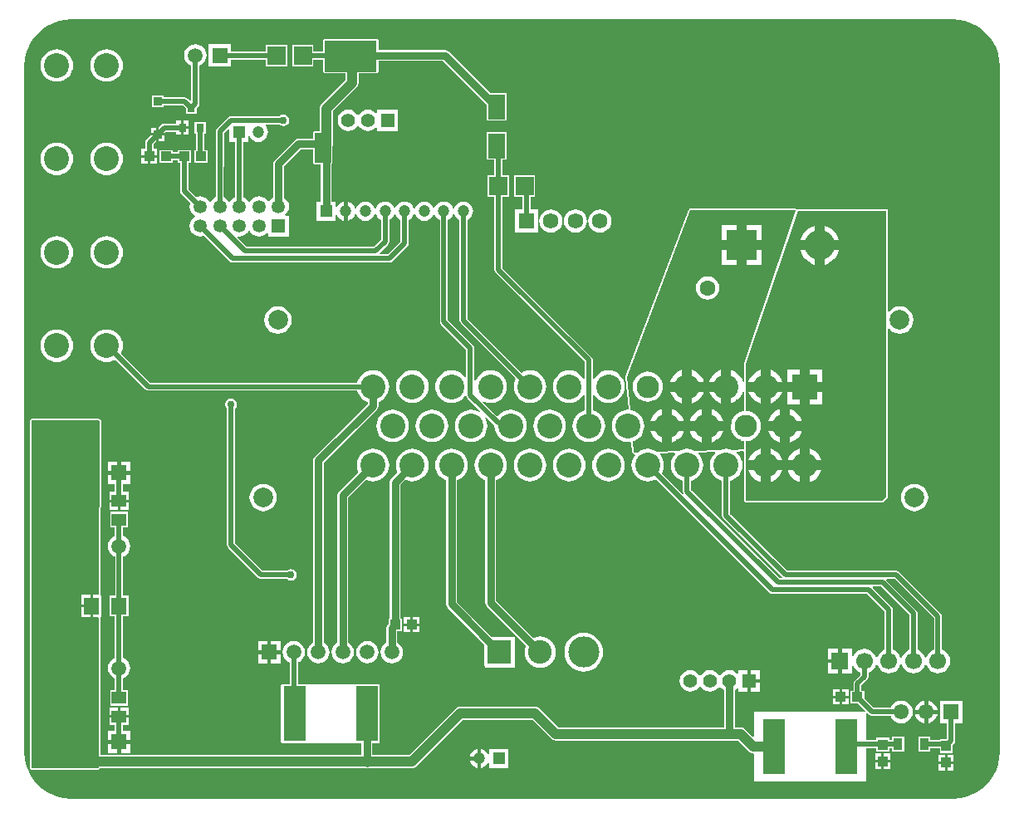
<source format=gbl>
G04*
G04 #@! TF.GenerationSoftware,Altium Limited,Altium Designer,20.0.13 (296)*
G04*
G04 Layer_Physical_Order=2*
G04 Layer_Color=16711680*
%FSLAX25Y25*%
%MOIN*%
G70*
G01*
G75*
%ADD14R,0.04300X0.03900*%
%ADD17C,0.06299*%
%ADD19C,0.12500*%
%ADD22C,0.10000*%
%ADD23R,0.10000X0.10000*%
%ADD25C,0.09500*%
%ADD52C,0.02000*%
%ADD55C,0.03000*%
%ADD56R,0.21000X0.12500*%
%ADD57R,0.12000X0.12000*%
%ADD58C,0.12000*%
%ADD59R,0.09500X0.09500*%
%ADD60C,0.07900*%
%ADD61C,0.09000*%
%ADD62C,0.06102*%
%ADD63R,0.06102X0.06102*%
%ADD64R,0.06260X0.06260*%
%ADD65C,0.06260*%
%ADD66C,0.04724*%
%ADD67R,0.04724X0.04724*%
%ADD68R,0.05906X0.05906*%
%ADD69C,0.05906*%
%ADD70R,0.06693X0.06693*%
%ADD71C,0.06693*%
%ADD72C,0.05937*%
%ADD73R,0.05937X0.05937*%
%ADD74R,0.05512X0.05512*%
%ADD75C,0.05512*%
%ADD76R,0.04724X0.04724*%
%ADD77C,0.05900*%
%ADD78R,0.05900X0.05900*%
%ADD79C,0.05315*%
%ADD80R,0.05315X0.05315*%
%ADD81C,0.03000*%
%ADD82R,0.04331X0.03937*%
%ADD83R,0.05906X0.05118*%
%ADD84R,0.06299X0.07087*%
%ADD85R,0.07200X0.07500*%
%ADD86R,0.03937X0.04331*%
%ADD87R,0.03543X0.04724*%
%ADD88R,0.09055X0.22047*%
%ADD89R,0.06693X0.09843*%
%ADD90R,0.03150X0.03543*%
%ADD91R,0.03347X0.03347*%
%ADD92C,0.04000*%
%ADD93R,0.06500X0.12000*%
G36*
X1008822Y785837D02*
X1011205Y785363D01*
X1013506Y784582D01*
X1015685Y783507D01*
X1017705Y782158D01*
X1019532Y780556D01*
X1021134Y778729D01*
X1022484Y776709D01*
X1023559Y774530D01*
X1024339Y772229D01*
X1024813Y769846D01*
X1024970Y767464D01*
X1024961Y767421D01*
Y491831D01*
X1024970Y491788D01*
X1024813Y489406D01*
X1024339Y487023D01*
X1023559Y484722D01*
X1022484Y482543D01*
X1021134Y480523D01*
X1019532Y478696D01*
X1017705Y477094D01*
X1015685Y475744D01*
X1013506Y474670D01*
X1011205Y473889D01*
X1008822Y473415D01*
X1006441Y473259D01*
X1006398Y473267D01*
X652067D01*
X652024Y473259D01*
X649642Y473415D01*
X647259Y473889D01*
X644959Y474670D01*
X642779Y475744D01*
X640759Y477094D01*
X638933Y478696D01*
X637330Y480523D01*
X635981Y482543D01*
X634906Y484722D01*
X634125Y487023D01*
X633651Y489406D01*
X633495Y491788D01*
X633503Y491831D01*
Y767421D01*
X633495Y767464D01*
X633651Y769846D01*
X634125Y772229D01*
X634906Y774530D01*
X635981Y776709D01*
X637330Y778729D01*
X638933Y780556D01*
X640759Y782158D01*
X642779Y783507D01*
X644959Y784582D01*
X647259Y785363D01*
X649642Y785837D01*
X652024Y785993D01*
X652067Y785985D01*
X1006398D01*
X1006441Y785993D01*
X1008822Y785837D01*
D02*
G37*
%LPC*%
G36*
X775000Y778149D02*
X754000D01*
X753541Y777959D01*
X753351Y777500D01*
Y773131D01*
X749500D01*
Y775850D01*
X741100D01*
Y767150D01*
X749500D01*
Y769869D01*
X753351D01*
Y765000D01*
X753541Y764541D01*
X754000Y764351D01*
X762378D01*
Y761586D01*
X752772Y751980D01*
X752355Y751437D01*
X752093Y750805D01*
X752003Y750126D01*
X752003Y750126D01*
Y741149D01*
X750000D01*
X749541Y740959D01*
X749351Y740500D01*
Y738141D01*
X743500D01*
X742681Y737978D01*
X741986Y737514D01*
X733986Y729514D01*
X733522Y728819D01*
X733359Y728000D01*
Y714471D01*
X732535Y713839D01*
X731869Y712971D01*
X731813Y712837D01*
X731313D01*
X731257Y712971D01*
X730591Y713839D01*
X729723Y714506D01*
X728711Y714924D01*
X727626Y715067D01*
X726541Y714924D01*
X725529Y714506D01*
X724661Y713839D01*
X723994Y712971D01*
X723939Y712837D01*
X723439D01*
X723384Y712971D01*
X722717Y713839D01*
X721849Y714506D01*
X721289Y714737D01*
Y736803D01*
X723425D01*
Y738952D01*
X723925Y739051D01*
X724063Y738718D01*
X724682Y737911D01*
X725489Y737292D01*
X726429Y736903D01*
X727437Y736770D01*
X728445Y736903D01*
X729385Y737292D01*
X730192Y737911D01*
X730811Y738718D01*
X731200Y739657D01*
X731332Y740665D01*
X731200Y741674D01*
X730811Y742613D01*
X730231Y743369D01*
X730328Y743823D01*
X730344Y743869D01*
X735824D01*
X735842Y743842D01*
X736603Y743333D01*
X737500Y743155D01*
X738397Y743333D01*
X739158Y743842D01*
X739667Y744603D01*
X739845Y745500D01*
X739667Y746397D01*
X739158Y747158D01*
X738397Y747667D01*
X737500Y747845D01*
X736603Y747667D01*
X735842Y747158D01*
X735824Y747131D01*
X716500D01*
X715876Y747007D01*
X715346Y746654D01*
X710847Y742154D01*
X710493Y741624D01*
X710369Y741000D01*
Y727438D01*
X710247Y726825D01*
Y714698D01*
X709781Y714506D01*
X708913Y713839D01*
X708246Y712971D01*
X708191Y712837D01*
X707691D01*
X707635Y712971D01*
X706969Y713839D01*
X706101Y714506D01*
X705089Y714924D01*
X704004Y715067D01*
X702919Y714924D01*
X702453Y714732D01*
X699285Y717900D01*
Y728450D01*
X700403D01*
Y733550D01*
X694904D01*
Y732631D01*
X693096D01*
Y733550D01*
X687597D01*
Y728450D01*
X693096D01*
Y729369D01*
X694904D01*
Y728450D01*
X696022D01*
Y717224D01*
X696146Y716600D01*
X696500Y716071D01*
X700146Y712425D01*
X699954Y711959D01*
X699811Y710874D01*
X699954Y709789D01*
X700372Y708777D01*
X701039Y707909D01*
X701907Y707242D01*
X702041Y707187D01*
Y706687D01*
X701907Y706632D01*
X701039Y705965D01*
X700372Y705097D01*
X699954Y704085D01*
X699811Y703000D01*
X699954Y701915D01*
X700372Y700903D01*
X701039Y700035D01*
X701907Y699368D01*
X702919Y698949D01*
X704004Y698807D01*
X705089Y698949D01*
X705555Y699142D01*
X715850Y688846D01*
X716380Y688493D01*
X717004Y688369D01*
X780000D01*
X780624Y688493D01*
X781153Y688846D01*
X787276Y694969D01*
X787629Y695498D01*
X787753Y696122D01*
Y705495D01*
X788070Y705626D01*
X788877Y706245D01*
X789496Y707052D01*
X789788Y707759D01*
X790330D01*
X790622Y707052D01*
X791242Y706245D01*
X792048Y705626D01*
X792988Y705237D01*
X793996Y705104D01*
X795004Y705237D01*
X795944Y705626D01*
X796751Y706245D01*
X797370Y707052D01*
X797662Y707759D01*
X798204D01*
X798496Y707052D01*
X799116Y706245D01*
X799922Y705626D01*
X800239Y705495D01*
Y664630D01*
X800363Y664006D01*
X800716Y663476D01*
X810869Y653324D01*
Y642274D01*
X810384Y642152D01*
X810352Y642211D01*
X809540Y643201D01*
X808550Y644013D01*
X807421Y644617D01*
X806196Y644989D01*
X804921Y645114D01*
X803647Y644989D01*
X802422Y644617D01*
X801293Y644013D01*
X800303Y643201D01*
X799491Y642211D01*
X798887Y641082D01*
X798515Y639857D01*
X798390Y638583D01*
X798515Y637309D01*
X798887Y636083D01*
X799491Y634954D01*
X800303Y633964D01*
X801293Y633152D01*
X802422Y632548D01*
X803647Y632177D01*
X804921Y632051D01*
X806196Y632177D01*
X807421Y632548D01*
X808550Y633152D01*
X809540Y633964D01*
X810352Y634954D01*
X810410Y635063D01*
X810889Y634898D01*
X810993Y634376D01*
X811347Y633847D01*
X816288Y628905D01*
X815987Y628499D01*
X815295Y628869D01*
X814070Y629241D01*
X812795Y629366D01*
X811521Y629241D01*
X810296Y628869D01*
X809167Y628265D01*
X808177Y627453D01*
X807365Y626463D01*
X806761Y625334D01*
X806389Y624109D01*
X806264Y622835D01*
X806389Y621560D01*
X806761Y620335D01*
X807365Y619206D01*
X808177Y618216D01*
X809167Y617404D01*
X810296Y616800D01*
X811521Y616429D01*
X812795Y616303D01*
X814070Y616429D01*
X815295Y616800D01*
X816424Y617404D01*
X817414Y618216D01*
X818226Y619206D01*
X818830Y620335D01*
X819201Y621560D01*
X819327Y622835D01*
X819201Y624109D01*
X818830Y625334D01*
X818460Y626026D01*
X818866Y626327D01*
X822134Y623059D01*
X822112Y622835D01*
X822237Y621560D01*
X822609Y620335D01*
X823213Y619206D01*
X824025Y618216D01*
X825015Y617404D01*
X826144Y616800D01*
X827369Y616429D01*
X828643Y616303D01*
X829918Y616429D01*
X831143Y616800D01*
X832272Y617404D01*
X833262Y618216D01*
X834074Y619206D01*
X834678Y620335D01*
X835049Y621560D01*
X835175Y622835D01*
X835049Y624109D01*
X834678Y625334D01*
X834074Y626463D01*
X833262Y627453D01*
X832272Y628265D01*
X831143Y628869D01*
X829918Y629241D01*
X828643Y629366D01*
X827369Y629241D01*
X826144Y628869D01*
X825015Y628265D01*
X824025Y627453D01*
X823508Y626823D01*
X823009Y626799D01*
X817430Y632377D01*
X817731Y632783D01*
X818170Y632548D01*
X819395Y632177D01*
X820669Y632051D01*
X821943Y632177D01*
X823169Y632548D01*
X824298Y633152D01*
X825288Y633964D01*
X826100Y634954D01*
X826704Y636083D01*
X827075Y637309D01*
X827201Y638583D01*
X827075Y639857D01*
X826704Y641082D01*
X826100Y642211D01*
X825288Y643201D01*
X824298Y644013D01*
X823169Y644617D01*
X821943Y644989D01*
X820669Y645114D01*
X819395Y644989D01*
X818170Y644617D01*
X817041Y644013D01*
X816051Y643201D01*
X815239Y642211D01*
X814635Y641082D01*
X814631Y641070D01*
X814131Y641144D01*
Y654000D01*
X814007Y654624D01*
X813653Y655154D01*
X803501Y665306D01*
Y705495D01*
X803818Y705626D01*
X804625Y706245D01*
X805244Y707052D01*
X805536Y707759D01*
X806078D01*
X806371Y707052D01*
X806989Y706245D01*
X807796Y705626D01*
X808113Y705495D01*
Y665256D01*
X808237Y664632D01*
X808591Y664102D01*
X830811Y641882D01*
X830383Y641082D01*
X830011Y639857D01*
X829886Y638583D01*
X830011Y637309D01*
X830383Y636083D01*
X830987Y634954D01*
X831799Y633964D01*
X832789Y633152D01*
X833918Y632548D01*
X835143Y632177D01*
X836417Y632051D01*
X837691Y632177D01*
X838917Y632548D01*
X840046Y633152D01*
X841036Y633964D01*
X841848Y634954D01*
X842452Y636083D01*
X842823Y637309D01*
X842949Y638583D01*
X842823Y639857D01*
X842452Y641082D01*
X841848Y642211D01*
X841036Y643201D01*
X840046Y644013D01*
X838917Y644617D01*
X837691Y644989D01*
X836417Y645114D01*
X835143Y644989D01*
X833918Y644617D01*
X833118Y644189D01*
X811376Y665932D01*
Y705495D01*
X811692Y705626D01*
X812499Y706245D01*
X813118Y707052D01*
X813507Y707992D01*
X813640Y709000D01*
X813507Y710008D01*
X813118Y710948D01*
X812499Y711755D01*
X811692Y712374D01*
X810752Y712763D01*
X809744Y712895D01*
X808736Y712763D01*
X807796Y712374D01*
X806989Y711755D01*
X806371Y710948D01*
X806078Y710241D01*
X805536D01*
X805244Y710948D01*
X804625Y711755D01*
X803818Y712374D01*
X802878Y712763D01*
X801870Y712895D01*
X800862Y712763D01*
X799922Y712374D01*
X799116Y711755D01*
X798496Y710948D01*
X798204Y710241D01*
X797662D01*
X797370Y710948D01*
X796751Y711755D01*
X795944Y712374D01*
X795004Y712763D01*
X793996Y712895D01*
X792988Y712763D01*
X792048Y712374D01*
X791242Y711755D01*
X790622Y710948D01*
X790330Y710241D01*
X789788D01*
X789496Y710948D01*
X788877Y711755D01*
X788070Y712374D01*
X787130Y712763D01*
X786122Y712895D01*
X785114Y712763D01*
X784174Y712374D01*
X783367Y711755D01*
X782748Y710948D01*
X782456Y710241D01*
X781914D01*
X781622Y710948D01*
X781003Y711755D01*
X780196Y712374D01*
X779256Y712763D01*
X778248Y712895D01*
X777240Y712763D01*
X776300Y712374D01*
X775493Y711755D01*
X774874Y710948D01*
X774582Y710241D01*
X774040D01*
X773748Y710948D01*
X773129Y711755D01*
X772322Y712374D01*
X771382Y712763D01*
X770374Y712895D01*
X769366Y712763D01*
X768426Y712374D01*
X767620Y711755D01*
X767000Y710948D01*
X766708Y710241D01*
X766166D01*
X765874Y710948D01*
X765255Y711755D01*
X764448Y712374D01*
X763508Y712763D01*
X763250Y712797D01*
Y709000D01*
Y705203D01*
X763508Y705237D01*
X764448Y705626D01*
X765255Y706245D01*
X765874Y707052D01*
X766166Y707759D01*
X766708D01*
X767000Y707052D01*
X767620Y706245D01*
X768426Y705626D01*
X769366Y705237D01*
X770374Y705104D01*
X771382Y705237D01*
X772322Y705626D01*
X773129Y706245D01*
X773748Y707052D01*
X774040Y707759D01*
X774582D01*
X774874Y707052D01*
X775493Y706245D01*
X776300Y705626D01*
X776617Y705495D01*
Y697424D01*
X773824Y694631D01*
X722676D01*
X718891Y698416D01*
X719125Y698889D01*
X719752Y698807D01*
X720837Y698949D01*
X721849Y699368D01*
X722717Y700035D01*
X723384Y700903D01*
X723439Y701037D01*
X723939D01*
X723994Y700903D01*
X724661Y700035D01*
X725529Y699368D01*
X726541Y698949D01*
X727626Y698807D01*
X728711Y698949D01*
X729723Y699368D01*
X730591Y700035D01*
X730842Y700362D01*
X731343Y700193D01*
Y698842D01*
X739657D01*
Y707158D01*
X738307D01*
X738137Y707657D01*
X738465Y707909D01*
X739131Y708777D01*
X739550Y709789D01*
X739693Y710874D01*
X739550Y711959D01*
X739131Y712971D01*
X738465Y713839D01*
X737641Y714471D01*
Y727113D01*
X744387Y733859D01*
X749351D01*
Y728500D01*
X749541Y728041D01*
X750000Y727851D01*
X752485D01*
Y712862D01*
X750764D01*
Y705138D01*
X758488D01*
Y707286D01*
X758988Y707386D01*
X759126Y707052D01*
X759745Y706245D01*
X760552Y705626D01*
X761492Y705237D01*
X761750Y705203D01*
Y709000D01*
Y712797D01*
X761492Y712763D01*
X760552Y712374D01*
X759745Y711755D01*
X759126Y710948D01*
X758988Y710614D01*
X758488Y710714D01*
Y712862D01*
X756767D01*
Y727961D01*
X756959Y728041D01*
X757149Y728500D01*
Y734798D01*
X757159Y734821D01*
X757248Y735500D01*
Y749040D01*
X766854Y758646D01*
X766854Y758646D01*
X767271Y759189D01*
X767533Y759821D01*
X767623Y760500D01*
X767622Y760500D01*
Y764351D01*
X775000D01*
X775459Y764541D01*
X775649Y765000D01*
Y769359D01*
X801487D01*
X819053Y751792D01*
Y745353D01*
X826947D01*
Y756395D01*
X820507D01*
X803888Y773014D01*
X803193Y773478D01*
X802374Y773641D01*
X775649D01*
Y777500D01*
X775459Y777959D01*
X775000Y778149D01*
D02*
G37*
G36*
X716390Y776035D02*
X707453D01*
Y767098D01*
X716390D01*
Y769936D01*
X730500D01*
Y767150D01*
X738900D01*
Y775850D01*
X730500D01*
Y773198D01*
X716390D01*
Y776035D01*
D02*
G37*
G36*
X666500Y774031D02*
X665226Y773906D01*
X664001Y773534D01*
X662871Y772931D01*
X661882Y772118D01*
X661069Y771129D01*
X660466Y770000D01*
X660094Y768774D01*
X659969Y767500D01*
X660094Y766226D01*
X660466Y765000D01*
X661069Y763871D01*
X661882Y762882D01*
X662871Y762069D01*
X664001Y761466D01*
X665226Y761094D01*
X666500Y760968D01*
X667774Y761094D01*
X668999Y761466D01*
X670129Y762069D01*
X671118Y762882D01*
X671931Y763871D01*
X672534Y765000D01*
X672906Y766226D01*
X673032Y767500D01*
X672906Y768774D01*
X672534Y770000D01*
X671931Y771129D01*
X671118Y772118D01*
X670129Y772931D01*
X668999Y773534D01*
X667774Y773906D01*
X666500Y774031D01*
D02*
G37*
G36*
X646500D02*
X645226Y773906D01*
X644000Y773534D01*
X642871Y772931D01*
X641882Y772118D01*
X641069Y771129D01*
X640466Y770000D01*
X640094Y768774D01*
X639968Y767500D01*
X640094Y766226D01*
X640466Y765000D01*
X641069Y763871D01*
X641882Y762882D01*
X642871Y762069D01*
X644000Y761466D01*
X645226Y761094D01*
X646500Y760968D01*
X647774Y761094D01*
X649000Y761466D01*
X650129Y762069D01*
X651118Y762882D01*
X651931Y763871D01*
X652534Y765000D01*
X652906Y766226D01*
X653031Y767500D01*
X652906Y768774D01*
X652534Y770000D01*
X651931Y771129D01*
X651118Y772118D01*
X650129Y772931D01*
X649000Y773534D01*
X647774Y773906D01*
X646500Y774031D01*
D02*
G37*
G36*
X702079Y776074D02*
X700912Y775920D01*
X699825Y775470D01*
X698892Y774754D01*
X698175Y773820D01*
X697725Y772733D01*
X697572Y771567D01*
X697725Y770400D01*
X698175Y769313D01*
X698892Y768380D01*
X699825Y767664D01*
X700447Y767406D01*
Y753504D01*
X699947Y753297D01*
X698996Y754248D01*
X698467Y754602D01*
X697843Y754726D01*
X689273D01*
Y755368D01*
X684727D01*
Y750821D01*
X689273D01*
Y751463D01*
X697167D01*
X698325Y750305D01*
Y748065D01*
X702675D01*
Y750305D01*
X703232Y750862D01*
X703586Y751392D01*
X703710Y752016D01*
X703710Y752016D01*
Y767406D01*
X704332Y767664D01*
X705266Y768380D01*
X705982Y769313D01*
X706432Y770400D01*
X706586Y771567D01*
X706432Y772733D01*
X705982Y773820D01*
X705266Y774754D01*
X704332Y775470D01*
X703245Y775920D01*
X702079Y776074D01*
D02*
G37*
G36*
X771374Y749793D02*
X770263Y749646D01*
X769228Y749218D01*
X768339Y748535D01*
X767723Y747733D01*
X767439Y747684D01*
X767435D01*
X767151Y747733D01*
X766535Y748535D01*
X765646Y749218D01*
X764611Y749646D01*
X763500Y749793D01*
X762389Y749646D01*
X761354Y749218D01*
X760465Y748535D01*
X759783Y747646D01*
X759354Y746611D01*
X759207Y745500D01*
X759354Y744389D01*
X759783Y743354D01*
X760465Y742465D01*
X761354Y741783D01*
X762389Y741354D01*
X763500Y741207D01*
X764611Y741354D01*
X765646Y741783D01*
X766535Y742465D01*
X767151Y743267D01*
X767435Y743316D01*
X767439D01*
X767723Y743267D01*
X768339Y742465D01*
X769228Y741783D01*
X770263Y741354D01*
X771374Y741207D01*
X772485Y741354D01*
X773520Y741783D01*
X774409Y742465D01*
X774519Y742607D01*
X774992Y742446D01*
Y741244D01*
X783504D01*
Y749756D01*
X774992D01*
Y748554D01*
X774519Y748393D01*
X774409Y748535D01*
X773520Y749218D01*
X772485Y749646D01*
X771374Y749793D01*
D02*
G37*
G36*
X699532Y745335D02*
X697457D01*
Y743063D01*
X699532D01*
Y745335D01*
D02*
G37*
G36*
X686500Y742579D02*
X684327D01*
Y740406D01*
X686500D01*
Y742579D01*
D02*
G37*
G36*
X699532Y742063D02*
X697457D01*
Y739791D01*
X699532D01*
Y742063D01*
D02*
G37*
G36*
X696457Y745335D02*
X694382D01*
Y744194D01*
X689657D01*
X689033Y744070D01*
X688504Y743716D01*
X687500Y742713D01*
Y740406D01*
X689807D01*
X690333Y740932D01*
X694382D01*
Y739791D01*
X696457D01*
Y742563D01*
Y745335D01*
D02*
G37*
G36*
X689673Y739405D02*
X687500D01*
Y737232D01*
X689673D01*
Y739405D01*
D02*
G37*
G36*
X686500D02*
X684193D01*
X682500Y737713D01*
X682146Y737183D01*
X682022Y736559D01*
Y733950D01*
X680504D01*
Y731500D01*
X683653D01*
X686803D01*
Y733950D01*
X685285D01*
Y735883D01*
X686500Y737098D01*
Y739405D01*
D02*
G37*
G36*
X706218Y744935D02*
X701868D01*
Y740191D01*
X702412D01*
Y733550D01*
X701596D01*
Y728450D01*
X707096D01*
Y733550D01*
X705675D01*
Y740191D01*
X706218D01*
Y744935D01*
D02*
G37*
G36*
X686803Y730500D02*
X684154D01*
Y728050D01*
X686803D01*
Y730500D01*
D02*
G37*
G36*
X683153D02*
X680504D01*
Y728050D01*
X683153D01*
Y730500D01*
D02*
G37*
G36*
X666500Y736531D02*
X665226Y736406D01*
X664001Y736034D01*
X662871Y735431D01*
X661882Y734618D01*
X661069Y733629D01*
X660466Y732500D01*
X660094Y731274D01*
X659969Y730000D01*
X660094Y728726D01*
X660466Y727500D01*
X661069Y726371D01*
X661882Y725382D01*
X662871Y724569D01*
X664001Y723966D01*
X665226Y723594D01*
X666500Y723468D01*
X667774Y723594D01*
X668999Y723966D01*
X670129Y724569D01*
X671118Y725382D01*
X671931Y726371D01*
X672534Y727500D01*
X672906Y728726D01*
X673032Y730000D01*
X672906Y731274D01*
X672534Y732500D01*
X671931Y733629D01*
X671118Y734618D01*
X670129Y735431D01*
X668999Y736034D01*
X667774Y736406D01*
X666500Y736531D01*
D02*
G37*
G36*
X646500D02*
X645226Y736406D01*
X644000Y736034D01*
X642871Y735431D01*
X641882Y734618D01*
X641069Y733629D01*
X640466Y732500D01*
X640094Y731274D01*
X639968Y730000D01*
X640094Y728726D01*
X640466Y727500D01*
X641069Y726371D01*
X641882Y725382D01*
X642871Y724569D01*
X644000Y723966D01*
X645226Y723594D01*
X646500Y723468D01*
X647774Y723594D01*
X649000Y723966D01*
X650129Y724569D01*
X651118Y725382D01*
X651931Y726371D01*
X652534Y727500D01*
X652906Y728726D01*
X653031Y730000D01*
X652906Y731274D01*
X652534Y732500D01*
X651931Y733629D01*
X651118Y734618D01*
X650129Y735431D01*
X649000Y736034D01*
X647774Y736406D01*
X646500Y736531D01*
D02*
G37*
G36*
X838500Y723350D02*
X830100D01*
Y714650D01*
X833506D01*
Y709630D01*
X830370D01*
Y700370D01*
X839630D01*
Y709630D01*
X836769D01*
Y714650D01*
X838500D01*
Y723350D01*
D02*
G37*
G36*
X864528Y709670D02*
X863319Y709511D01*
X862193Y709044D01*
X861226Y708302D01*
X860483Y707335D01*
X860017Y706209D01*
X859858Y705000D01*
X860017Y703791D01*
X860483Y702665D01*
X861226Y701698D01*
X862193Y700956D01*
X863319Y700489D01*
X864528Y700330D01*
X865736Y700489D01*
X866862Y700956D01*
X867830Y701698D01*
X868572Y702665D01*
X869038Y703791D01*
X869197Y705000D01*
X869038Y706209D01*
X868572Y707335D01*
X867830Y708302D01*
X866862Y709044D01*
X865736Y709511D01*
X864528Y709670D01*
D02*
G37*
G36*
X854685D02*
X853476Y709511D01*
X852350Y709044D01*
X851383Y708302D01*
X850641Y707335D01*
X850174Y706209D01*
X850015Y705000D01*
X850174Y703791D01*
X850641Y702665D01*
X851383Y701698D01*
X852350Y700956D01*
X853476Y700489D01*
X854685Y700330D01*
X855894Y700489D01*
X857020Y700956D01*
X857987Y701698D01*
X858729Y702665D01*
X859196Y703791D01*
X859355Y705000D01*
X859196Y706209D01*
X858729Y707335D01*
X857987Y708302D01*
X857020Y709044D01*
X855894Y709511D01*
X854685Y709670D01*
D02*
G37*
G36*
X844843D02*
X843634Y709511D01*
X842508Y709044D01*
X841540Y708302D01*
X840798Y707335D01*
X840332Y706209D01*
X840173Y705000D01*
X840332Y703791D01*
X840798Y702665D01*
X841540Y701698D01*
X842508Y700956D01*
X843634Y700489D01*
X844843Y700330D01*
X846051Y700489D01*
X847178Y700956D01*
X848145Y701698D01*
X848887Y702665D01*
X849353Y703791D01*
X849512Y705000D01*
X849353Y706209D01*
X848887Y707335D01*
X848145Y708302D01*
X847178Y709044D01*
X846051Y709511D01*
X844843Y709670D01*
D02*
G37*
G36*
X666500Y699031D02*
X665226Y698906D01*
X664001Y698534D01*
X662871Y697931D01*
X661882Y697118D01*
X661069Y696129D01*
X660466Y695000D01*
X660094Y693774D01*
X659969Y692500D01*
X660094Y691226D01*
X660466Y690000D01*
X661069Y688871D01*
X661882Y687882D01*
X662871Y687069D01*
X664001Y686466D01*
X665226Y686094D01*
X666500Y685968D01*
X667774Y686094D01*
X668999Y686466D01*
X670129Y687069D01*
X671118Y687882D01*
X671931Y688871D01*
X672534Y690000D01*
X672906Y691226D01*
X673032Y692500D01*
X672906Y693774D01*
X672534Y695000D01*
X671931Y696129D01*
X671118Y697118D01*
X670129Y697931D01*
X668999Y698534D01*
X667774Y698906D01*
X666500Y699031D01*
D02*
G37*
G36*
X646500D02*
X645226Y698906D01*
X644000Y698534D01*
X642871Y697931D01*
X641882Y697118D01*
X641069Y696129D01*
X640466Y695000D01*
X640094Y693774D01*
X639968Y692500D01*
X640094Y691226D01*
X640466Y690000D01*
X641069Y688871D01*
X641882Y687882D01*
X642871Y687069D01*
X644000Y686466D01*
X645226Y686094D01*
X646500Y685968D01*
X647774Y686094D01*
X649000Y686466D01*
X650129Y687069D01*
X651118Y687882D01*
X651931Y688871D01*
X652534Y690000D01*
X652906Y691226D01*
X653031Y692500D01*
X652906Y693774D01*
X652534Y695000D01*
X651931Y696129D01*
X651118Y697118D01*
X650129Y697931D01*
X649000Y698534D01*
X647774Y698906D01*
X646500Y699031D01*
D02*
G37*
G36*
X942875Y710000D02*
X900768D01*
X900641Y709947D01*
X900502Y709943D01*
X900420Y709856D01*
X900309Y709810D01*
X900256Y709682D01*
X900161Y709581D01*
X874786Y642750D01*
X874791Y642602D01*
X874747Y642461D01*
X875925Y629503D01*
X875787Y629366D01*
X874513Y629241D01*
X873288Y628869D01*
X872159Y628265D01*
X871169Y627453D01*
X870357Y626463D01*
X869753Y625334D01*
X869381Y624109D01*
X869256Y622835D01*
X869381Y621560D01*
X869753Y620335D01*
X870357Y619206D01*
X871169Y618216D01*
X872159Y617404D01*
X873288Y616800D01*
X874513Y616429D01*
X875787Y616303D01*
X876615Y616385D01*
X877157Y615956D01*
X877503Y612146D01*
X877609Y611943D01*
X877702Y611735D01*
X877723Y611726D01*
X877734Y611706D01*
X877952Y611638D01*
X878165Y611555D01*
X878336Y611560D01*
X878555Y611110D01*
X878231Y610715D01*
X877627Y609586D01*
X877256Y608361D01*
X877130Y607087D01*
X877256Y605812D01*
X877627Y604587D01*
X878231Y603458D01*
X879043Y602468D01*
X880033Y601656D01*
X881162Y601052D01*
X882387Y600681D01*
X883661Y600555D01*
X884936Y600681D01*
X886161Y601052D01*
X886961Y601480D01*
X932594Y555847D01*
X933124Y555493D01*
X933748Y555369D01*
X971824D01*
X978869Y548324D01*
Y533003D01*
X978056Y532666D01*
X977044Y531890D01*
X976267Y530877D01*
X975841Y529850D01*
X975316D01*
X974891Y530877D01*
X974114Y531890D01*
X973102Y532666D01*
X971923Y533155D01*
X970658Y533321D01*
X969392Y533155D01*
X968213Y532666D01*
X967201Y531890D01*
X966424Y530877D01*
X966161Y530243D01*
X965661Y530342D01*
Y533280D01*
X961565D01*
Y528433D01*
Y523587D01*
X965661D01*
Y526524D01*
X966161Y526623D01*
X966424Y525989D01*
X967201Y524976D01*
X968213Y524200D01*
X969026Y523863D01*
Y522833D01*
X966693Y520500D01*
X966339Y519971D01*
X966215Y519347D01*
Y516569D01*
X965081D01*
Y511432D01*
X968108D01*
X971039Y508500D01*
X970832Y508000D01*
X926250D01*
Y498245D01*
X925788Y498054D01*
X922787Y501054D01*
X922244Y501471D01*
X921612Y501733D01*
X920933Y501823D01*
X920933Y501822D01*
X918641D01*
Y516780D01*
X918646Y516783D01*
X919535Y517465D01*
X919645Y517607D01*
X920118Y517446D01*
Y516244D01*
X923624D01*
Y520500D01*
Y524756D01*
X920118D01*
Y523554D01*
X919645Y523393D01*
X919535Y523535D01*
X918646Y524218D01*
X917611Y524646D01*
X916500Y524793D01*
X915389Y524646D01*
X914354Y524218D01*
X913465Y523535D01*
X912849Y522733D01*
X912565Y522684D01*
X912561D01*
X912277Y522733D01*
X911661Y523535D01*
X910772Y524218D01*
X909737Y524646D01*
X908626Y524793D01*
X907515Y524646D01*
X906480Y524218D01*
X905591Y523535D01*
X904975Y522733D01*
X904691Y522684D01*
X904687D01*
X904403Y522733D01*
X903787Y523535D01*
X902898Y524218D01*
X901863Y524646D01*
X900752Y524793D01*
X899641Y524646D01*
X898606Y524218D01*
X897717Y523535D01*
X897034Y522646D01*
X896606Y521611D01*
X896459Y520500D01*
X896606Y519389D01*
X897034Y518354D01*
X897717Y517465D01*
X898606Y516783D01*
X899641Y516354D01*
X900752Y516207D01*
X901863Y516354D01*
X902898Y516783D01*
X903787Y517465D01*
X904403Y518267D01*
X904687Y518316D01*
X904691D01*
X904975Y518267D01*
X905591Y517465D01*
X906480Y516783D01*
X907515Y516354D01*
X908626Y516207D01*
X909737Y516354D01*
X910772Y516783D01*
X911661Y517465D01*
X912277Y518267D01*
X912561Y518316D01*
X912565D01*
X912849Y518267D01*
X913465Y517465D01*
X914354Y516783D01*
X914359Y516780D01*
Y501822D01*
X847886D01*
X840354Y509354D01*
X839811Y509771D01*
X839179Y510033D01*
X838500Y510122D01*
X838500Y510122D01*
X808500D01*
X807821Y510033D01*
X807189Y509771D01*
X806646Y509354D01*
X806646Y509354D01*
X787914Y490622D01*
X773141D01*
Y495351D01*
X775500D01*
X775959Y495541D01*
X776098Y495876D01*
X776194D01*
Y519124D01*
X775562D01*
X775500Y519149D01*
X743462D01*
Y527942D01*
X743874Y528113D01*
X744804Y528826D01*
X745517Y529756D01*
X745965Y530838D01*
X746118Y532000D01*
X745965Y533162D01*
X745517Y534244D01*
X744804Y535174D01*
X743874Y535887D01*
X742792Y536336D01*
X741630Y536488D01*
X740468Y536336D01*
X739386Y535887D01*
X738456Y535174D01*
X737743Y534244D01*
X737294Y533162D01*
X737142Y532000D01*
X737294Y530838D01*
X737743Y529756D01*
X738456Y528826D01*
X739386Y528113D01*
X740199Y527776D01*
Y519149D01*
X737000D01*
X736938Y519124D01*
X736805D01*
Y519069D01*
X736541Y518959D01*
X736351Y518500D01*
Y496000D01*
X736541Y495541D01*
X737000Y495351D01*
X768859D01*
Y490622D01*
X664273D01*
X663920Y490977D01*
X664116Y545600D01*
X664115Y545601D01*
X664116Y545601D01*
X664022Y545829D01*
X664011Y545857D01*
X664238Y546357D01*
X664238D01*
Y554643D01*
X664238Y554643D01*
X664150Y555143D01*
X664399Y624644D01*
X664399Y624644D01*
X664399Y624645D01*
X664304Y624874D01*
X664211Y625103D01*
X664210Y625104D01*
X664210Y625104D01*
X663857Y625458D01*
X663856Y625459D01*
X663856Y625459D01*
X663627Y625554D01*
X663398Y625649D01*
X663397Y625649D01*
X663397Y625649D01*
X636500Y625649D01*
X636041Y625459D01*
X635851Y625000D01*
Y485500D01*
X636041Y485041D01*
X636500Y484851D01*
X663251Y484851D01*
X663478Y484945D01*
X663708Y485039D01*
X663709Y485040D01*
X663710Y485041D01*
X663804Y485268D01*
X663850Y485378D01*
X770906D01*
X771000Y485359D01*
X771094Y485378D01*
X789000D01*
X789000Y485378D01*
X789679Y485467D01*
X790311Y485729D01*
X790854Y486146D01*
X809586Y504878D01*
X837414D01*
X844946Y497346D01*
X844946Y497346D01*
X845489Y496929D01*
X846121Y496667D01*
X846800Y496578D01*
X846800Y496578D01*
X919847D01*
X924279Y492146D01*
X924279Y492146D01*
X924822Y491729D01*
X925454Y491467D01*
X926133Y491377D01*
X926250Y490912D01*
Y480000D01*
X971500D01*
Y493369D01*
X975432D01*
Y492081D01*
X980569D01*
Y493369D01*
X981813D01*
Y492038D01*
X986557D01*
Y497962D01*
X981813D01*
Y496631D01*
X980569D01*
Y497612D01*
X975432D01*
Y496631D01*
X971500D01*
Y507332D01*
X972000Y507539D01*
X972693Y506847D01*
X973222Y506493D01*
X973847Y506369D01*
X981250D01*
X981525Y505705D01*
X982254Y504754D01*
X983205Y504025D01*
X984312Y503566D01*
X985500Y503410D01*
X986688Y503566D01*
X987795Y504025D01*
X988746Y504754D01*
X989475Y505705D01*
X989934Y506812D01*
X990090Y508000D01*
X989934Y509188D01*
X989475Y510295D01*
X988746Y511246D01*
X987795Y511975D01*
X986688Y512434D01*
X985500Y512590D01*
X984312Y512434D01*
X983205Y511975D01*
X982254Y511246D01*
X981525Y510295D01*
X981250Y509631D01*
X974522D01*
X970612Y513542D01*
Y516569D01*
X969478D01*
Y518671D01*
X971811Y521004D01*
X972165Y521533D01*
X972289Y522157D01*
Y523863D01*
X973102Y524200D01*
X974114Y524976D01*
X974891Y525989D01*
X975316Y527016D01*
X975841D01*
X976267Y525989D01*
X977044Y524976D01*
X978056Y524200D01*
X979235Y523711D01*
X980500Y523545D01*
X981765Y523711D01*
X982944Y524200D01*
X983957Y524976D01*
X984733Y525989D01*
X985159Y527016D01*
X985684D01*
X986109Y525989D01*
X986886Y524976D01*
X987898Y524200D01*
X989077Y523711D01*
X990343Y523545D01*
X991608Y523711D01*
X992787Y524200D01*
X993799Y524976D01*
X994576Y525989D01*
X995001Y527016D01*
X995526D01*
X995952Y525989D01*
X996729Y524976D01*
X997741Y524200D01*
X998920Y523711D01*
X1000185Y523545D01*
X1001450Y523711D01*
X1002629Y524200D01*
X1003642Y524976D01*
X1004418Y525989D01*
X1004907Y527168D01*
X1005073Y528433D01*
X1004907Y529698D01*
X1004418Y530877D01*
X1003642Y531890D01*
X1002629Y532666D01*
X1001816Y533003D01*
Y546315D01*
X1001692Y546939D01*
X1001339Y547469D01*
X984653Y564153D01*
X984124Y564507D01*
X983500Y564631D01*
X939676D01*
X916789Y587518D01*
Y600789D01*
X917657Y601052D01*
X918786Y601656D01*
X919776Y602468D01*
X920588Y603458D01*
X921192Y604587D01*
X921563Y605812D01*
X921689Y607087D01*
X921563Y608361D01*
X921192Y609586D01*
X920588Y610715D01*
X919776Y611705D01*
X919357Y612049D01*
X919530Y612553D01*
X922024Y612613D01*
X922382Y612264D01*
Y592913D01*
X922572Y592454D01*
X923032Y592264D01*
X977953D01*
X978412Y592454D01*
X979891Y593933D01*
X980081Y594392D01*
Y661786D01*
X980581Y661956D01*
X980956Y661467D01*
X982094Y660594D01*
X983420Y660045D01*
X984842Y659857D01*
X986265Y660045D01*
X987591Y660594D01*
X988729Y661467D01*
X989603Y662606D01*
X990152Y663932D01*
X990340Y665354D01*
X990152Y666777D01*
X989603Y668103D01*
X988729Y669241D01*
X987591Y670115D01*
X986265Y670664D01*
X984842Y670851D01*
X983420Y670664D01*
X982094Y670115D01*
X980956Y669241D01*
X980581Y668753D01*
X980081Y668923D01*
Y709252D01*
X979891Y709711D01*
X979431Y709901D01*
X943957D01*
X943820Y709844D01*
X943671Y709835D01*
X943334Y709810D01*
X943222Y709856D01*
X943070Y709936D01*
X942981Y709991D01*
X942927Y709978D01*
X942875Y710000D01*
D02*
G37*
G36*
X735236Y670851D02*
X733813Y670664D01*
X732488Y670115D01*
X731349Y669241D01*
X730476Y668103D01*
X729926Y666777D01*
X729739Y665354D01*
X729926Y663932D01*
X730476Y662606D01*
X731349Y661467D01*
X732488Y660594D01*
X733813Y660045D01*
X735236Y659857D01*
X736659Y660045D01*
X737985Y660594D01*
X739123Y661467D01*
X739997Y662606D01*
X740546Y663932D01*
X740733Y665354D01*
X740546Y666777D01*
X739997Y668103D01*
X739123Y669241D01*
X737985Y670115D01*
X736659Y670664D01*
X735236Y670851D01*
D02*
G37*
G36*
X646500Y661531D02*
X645226Y661406D01*
X644000Y661034D01*
X642871Y660431D01*
X641882Y659618D01*
X641069Y658629D01*
X640466Y657500D01*
X640094Y656274D01*
X639968Y655000D01*
X640094Y653726D01*
X640466Y652500D01*
X641069Y651371D01*
X641882Y650382D01*
X642871Y649569D01*
X644000Y648966D01*
X645226Y648594D01*
X646500Y648468D01*
X647774Y648594D01*
X649000Y648966D01*
X650129Y649569D01*
X651118Y650382D01*
X651931Y651371D01*
X652534Y652500D01*
X652906Y653726D01*
X653031Y655000D01*
X652906Y656274D01*
X652534Y657500D01*
X651931Y658629D01*
X651118Y659618D01*
X650129Y660431D01*
X649000Y661034D01*
X647774Y661406D01*
X646500Y661531D01*
D02*
G37*
G36*
X826947Y740647D02*
X819053D01*
Y729605D01*
X822202D01*
Y723350D01*
X819500D01*
Y714650D01*
X822202D01*
Y685517D01*
X822327Y684892D01*
X822680Y684363D01*
X858408Y648635D01*
Y641753D01*
X857908Y641628D01*
X857596Y642211D01*
X856784Y643201D01*
X855794Y644013D01*
X854665Y644617D01*
X853440Y644989D01*
X852165Y645114D01*
X850891Y644989D01*
X849666Y644617D01*
X848537Y644013D01*
X847547Y643201D01*
X846735Y642211D01*
X846131Y641082D01*
X845759Y639857D01*
X845634Y638583D01*
X845759Y637309D01*
X846131Y636083D01*
X846735Y634954D01*
X847547Y633964D01*
X848537Y633152D01*
X849666Y632548D01*
X850891Y632177D01*
X852165Y632051D01*
X853440Y632177D01*
X854665Y632548D01*
X855794Y633152D01*
X856784Y633964D01*
X857596Y634954D01*
X857908Y635538D01*
X858408Y635412D01*
Y629132D01*
X857540Y628869D01*
X856411Y628265D01*
X855421Y627453D01*
X854609Y626463D01*
X854005Y625334D01*
X853633Y624109D01*
X853508Y622835D01*
X853633Y621560D01*
X854005Y620335D01*
X854609Y619206D01*
X855421Y618216D01*
X856411Y617404D01*
X857540Y616800D01*
X858765Y616429D01*
X860039Y616303D01*
X861314Y616429D01*
X862539Y616800D01*
X863668Y617404D01*
X864658Y618216D01*
X865470Y619206D01*
X866074Y620335D01*
X866445Y621560D01*
X866571Y622835D01*
X866445Y624109D01*
X866074Y625334D01*
X865470Y626463D01*
X864658Y627453D01*
X863668Y628265D01*
X862539Y628869D01*
X861671Y629132D01*
Y635412D01*
X862171Y635538D01*
X862483Y634954D01*
X863295Y633964D01*
X864285Y633152D01*
X865414Y632548D01*
X866639Y632177D01*
X867913Y632051D01*
X869188Y632177D01*
X870413Y632548D01*
X871542Y633152D01*
X872532Y633964D01*
X873344Y634954D01*
X873948Y636083D01*
X874319Y637309D01*
X874445Y638583D01*
X874319Y639857D01*
X873948Y641082D01*
X873344Y642211D01*
X872532Y643201D01*
X871542Y644013D01*
X870413Y644617D01*
X869188Y644989D01*
X867913Y645114D01*
X866639Y644989D01*
X865414Y644617D01*
X864285Y644013D01*
X863295Y643201D01*
X862483Y642211D01*
X862171Y641628D01*
X861671Y641753D01*
Y649311D01*
X861547Y649935D01*
X861193Y650465D01*
X825465Y686192D01*
Y714650D01*
X827900D01*
Y723350D01*
X825465D01*
Y729605D01*
X826947D01*
Y740647D01*
D02*
G37*
G36*
X789173Y645114D02*
X787899Y644989D01*
X786674Y644617D01*
X785545Y644013D01*
X784555Y643201D01*
X783743Y642211D01*
X783139Y641082D01*
X782767Y639857D01*
X782642Y638583D01*
X782767Y637309D01*
X783139Y636083D01*
X783743Y634954D01*
X784555Y633964D01*
X785545Y633152D01*
X786674Y632548D01*
X787899Y632177D01*
X789173Y632051D01*
X790448Y632177D01*
X791673Y632548D01*
X792802Y633152D01*
X793792Y633964D01*
X794604Y634954D01*
X795208Y636083D01*
X795579Y637309D01*
X795705Y638583D01*
X795579Y639857D01*
X795208Y641082D01*
X794604Y642211D01*
X793792Y643201D01*
X792802Y644013D01*
X791673Y644617D01*
X790448Y644989D01*
X789173Y645114D01*
D02*
G37*
G36*
X844291Y629366D02*
X843017Y629241D01*
X841792Y628869D01*
X840663Y628265D01*
X839673Y627453D01*
X838861Y626463D01*
X838257Y625334D01*
X837885Y624109D01*
X837760Y622835D01*
X837885Y621560D01*
X838257Y620335D01*
X838861Y619206D01*
X839673Y618216D01*
X840663Y617404D01*
X841792Y616800D01*
X843017Y616429D01*
X844291Y616303D01*
X845566Y616429D01*
X846791Y616800D01*
X847920Y617404D01*
X848910Y618216D01*
X849722Y619206D01*
X850326Y620335D01*
X850697Y621560D01*
X850823Y622835D01*
X850697Y624109D01*
X850326Y625334D01*
X849722Y626463D01*
X848910Y627453D01*
X847920Y628265D01*
X846791Y628869D01*
X845566Y629241D01*
X844291Y629366D01*
D02*
G37*
G36*
X797047D02*
X795773Y629241D01*
X794548Y628869D01*
X793419Y628265D01*
X792429Y627453D01*
X791617Y626463D01*
X791013Y625334D01*
X790641Y624109D01*
X790516Y622835D01*
X790641Y621560D01*
X791013Y620335D01*
X791617Y619206D01*
X792429Y618216D01*
X793419Y617404D01*
X794548Y616800D01*
X795773Y616429D01*
X797047Y616303D01*
X798322Y616429D01*
X799547Y616800D01*
X800676Y617404D01*
X801666Y618216D01*
X802478Y619206D01*
X803082Y620335D01*
X803453Y621560D01*
X803579Y622835D01*
X803453Y624109D01*
X803082Y625334D01*
X802478Y626463D01*
X801666Y627453D01*
X800676Y628265D01*
X799547Y628869D01*
X798322Y629241D01*
X797047Y629366D01*
D02*
G37*
G36*
X781299D02*
X780025Y629241D01*
X778800Y628869D01*
X777671Y628265D01*
X776681Y627453D01*
X775869Y626463D01*
X775265Y625334D01*
X774893Y624109D01*
X774768Y622835D01*
X774893Y621560D01*
X775265Y620335D01*
X775869Y619206D01*
X776681Y618216D01*
X777671Y617404D01*
X778800Y616800D01*
X780025Y616429D01*
X781299Y616303D01*
X782574Y616429D01*
X783799Y616800D01*
X784928Y617404D01*
X785918Y618216D01*
X786730Y619206D01*
X787334Y620335D01*
X787705Y621560D01*
X787831Y622835D01*
X787705Y624109D01*
X787334Y625334D01*
X786730Y626463D01*
X785918Y627453D01*
X784928Y628265D01*
X783799Y628869D01*
X782574Y629241D01*
X781299Y629366D01*
D02*
G37*
G36*
X675953Y608453D02*
X672250D01*
Y604750D01*
X675953D01*
Y608453D01*
D02*
G37*
G36*
X670750D02*
X667047D01*
Y604750D01*
X670750D01*
Y608453D01*
D02*
G37*
G36*
X867913Y613618D02*
X866639Y613493D01*
X865414Y613121D01*
X864285Y612517D01*
X863295Y611705D01*
X862483Y610715D01*
X861879Y609586D01*
X861507Y608361D01*
X861382Y607087D01*
X861507Y605812D01*
X861879Y604587D01*
X862483Y603458D01*
X863295Y602468D01*
X864285Y601656D01*
X865414Y601052D01*
X866639Y600681D01*
X867913Y600555D01*
X869188Y600681D01*
X870413Y601052D01*
X871542Y601656D01*
X872532Y602468D01*
X873344Y603458D01*
X873948Y604587D01*
X874319Y605812D01*
X874445Y607087D01*
X874319Y608361D01*
X873948Y609586D01*
X873344Y610715D01*
X872532Y611705D01*
X871542Y612517D01*
X870413Y613121D01*
X869188Y613493D01*
X867913Y613618D01*
D02*
G37*
G36*
X852165D02*
X850891Y613493D01*
X849666Y613121D01*
X848537Y612517D01*
X847547Y611705D01*
X846735Y610715D01*
X846131Y609586D01*
X845759Y608361D01*
X845634Y607087D01*
X845759Y605812D01*
X846131Y604587D01*
X846735Y603458D01*
X847547Y602468D01*
X848537Y601656D01*
X849666Y601052D01*
X850891Y600681D01*
X852165Y600555D01*
X853440Y600681D01*
X854665Y601052D01*
X855794Y601656D01*
X856784Y602468D01*
X857596Y603458D01*
X858200Y604587D01*
X858571Y605812D01*
X858697Y607087D01*
X858571Y608361D01*
X858200Y609586D01*
X857596Y610715D01*
X856784Y611705D01*
X855794Y612517D01*
X854665Y613121D01*
X853440Y613493D01*
X852165Y613618D01*
D02*
G37*
G36*
X836417D02*
X835143Y613493D01*
X833918Y613121D01*
X832789Y612517D01*
X831799Y611705D01*
X830987Y610715D01*
X830383Y609586D01*
X830011Y608361D01*
X829886Y607087D01*
X830011Y605812D01*
X830383Y604587D01*
X830987Y603458D01*
X831799Y602468D01*
X832789Y601656D01*
X833918Y601052D01*
X835143Y600681D01*
X836417Y600555D01*
X837691Y600681D01*
X838917Y601052D01*
X840046Y601656D01*
X841036Y602468D01*
X841848Y603458D01*
X842452Y604587D01*
X842823Y605812D01*
X842949Y607087D01*
X842823Y608361D01*
X842452Y609586D01*
X841848Y610715D01*
X841036Y611705D01*
X840046Y612517D01*
X838917Y613121D01*
X837691Y613493D01*
X836417Y613618D01*
D02*
G37*
G36*
X789173D02*
X787899Y613493D01*
X786674Y613121D01*
X785545Y612517D01*
X784555Y611705D01*
X783743Y610715D01*
X783139Y609586D01*
X782767Y608361D01*
X782642Y607087D01*
X782767Y605812D01*
X783139Y604587D01*
X783316Y604257D01*
X780793Y601734D01*
X780329Y601040D01*
X780166Y600220D01*
Y545550D01*
X779557D01*
Y543278D01*
X779486Y543207D01*
X779022Y542512D01*
X778859Y541693D01*
Y535930D01*
X778756Y535887D01*
X777826Y535174D01*
X777113Y534244D01*
X776664Y533162D01*
X776512Y532000D01*
X776664Y530838D01*
X777113Y529756D01*
X777826Y528826D01*
X778756Y528113D01*
X779838Y527665D01*
X781000Y527512D01*
X782162Y527665D01*
X783244Y528113D01*
X784174Y528826D01*
X784887Y529756D01*
X785335Y530838D01*
X785488Y532000D01*
X785335Y533162D01*
X784887Y534244D01*
X784174Y535174D01*
X783244Y535887D01*
X783141Y535930D01*
Y540450D01*
X785057D01*
Y545550D01*
X784448D01*
Y599334D01*
X786343Y601229D01*
X786674Y601052D01*
X787899Y600681D01*
X789173Y600555D01*
X790448Y600681D01*
X791673Y601052D01*
X792802Y601656D01*
X793792Y602468D01*
X794604Y603458D01*
X795208Y604587D01*
X795579Y605812D01*
X795705Y607087D01*
X795579Y608361D01*
X795208Y609586D01*
X794604Y610715D01*
X793792Y611705D01*
X792802Y612517D01*
X791673Y613121D01*
X790448Y613493D01*
X789173Y613618D01*
D02*
G37*
G36*
X773425D02*
X772151Y613493D01*
X770926Y613121D01*
X769797Y612517D01*
X768807Y611705D01*
X767994Y610715D01*
X767391Y609586D01*
X767019Y608361D01*
X766894Y607087D01*
X767019Y605812D01*
X767391Y604587D01*
X767567Y604257D01*
X759801Y596490D01*
X759337Y595796D01*
X759174Y594976D01*
Y535930D01*
X759071Y535887D01*
X758141Y535174D01*
X757428Y534244D01*
X756980Y533162D01*
X756827Y532000D01*
X756980Y530838D01*
X757428Y529756D01*
X758141Y528826D01*
X759071Y528113D01*
X760153Y527665D01*
X761315Y527512D01*
X762477Y527665D01*
X763559Y528113D01*
X764489Y528826D01*
X765202Y529756D01*
X765650Y530838D01*
X765803Y532000D01*
X765650Y533162D01*
X765202Y534244D01*
X764489Y535174D01*
X763559Y535887D01*
X763456Y535930D01*
Y594090D01*
X770596Y601229D01*
X770926Y601052D01*
X772151Y600681D01*
X773425Y600555D01*
X774699Y600681D01*
X775925Y601052D01*
X777054Y601656D01*
X778044Y602468D01*
X778856Y603458D01*
X779459Y604587D01*
X779831Y605812D01*
X779957Y607087D01*
X779831Y608361D01*
X779459Y609586D01*
X778856Y610715D01*
X778044Y611705D01*
X777054Y612517D01*
X775925Y613121D01*
X774699Y613493D01*
X773425Y613618D01*
D02*
G37*
G36*
X675953Y603250D02*
X671500D01*
X667047D01*
Y599547D01*
X669869D01*
Y596299D01*
X667547D01*
Y593240D01*
X671500D01*
X675453D01*
Y596299D01*
X673131D01*
Y599547D01*
X675953D01*
Y603250D01*
D02*
G37*
G36*
X675453Y592240D02*
X672000D01*
Y589181D01*
X675453D01*
Y592240D01*
D02*
G37*
G36*
X671000D02*
X667547D01*
Y589181D01*
X671000D01*
Y592240D01*
D02*
G37*
G36*
X990748Y599591D02*
X989325Y599404D01*
X988000Y598855D01*
X986861Y597982D01*
X985987Y596843D01*
X985438Y595517D01*
X985251Y594095D01*
X985438Y592672D01*
X985987Y591346D01*
X986861Y590207D01*
X988000Y589334D01*
X989325Y588785D01*
X990748Y588597D01*
X992171Y588785D01*
X993497Y589334D01*
X994635Y590207D01*
X995509Y591346D01*
X996058Y592672D01*
X996245Y594095D01*
X996058Y595517D01*
X995509Y596843D01*
X994635Y597982D01*
X993497Y598855D01*
X992171Y599404D01*
X990748Y599591D01*
D02*
G37*
G36*
X729331D02*
X727908Y599404D01*
X726582Y598855D01*
X725444Y597982D01*
X724570Y596843D01*
X724021Y595517D01*
X723834Y594095D01*
X724021Y592672D01*
X724570Y591346D01*
X725444Y590207D01*
X726582Y589334D01*
X727908Y588785D01*
X729331Y588597D01*
X730754Y588785D01*
X732079Y589334D01*
X733218Y590207D01*
X734091Y591346D01*
X734640Y592672D01*
X734828Y594095D01*
X734640Y595517D01*
X734091Y596843D01*
X733218Y597982D01*
X732079Y598855D01*
X730754Y599404D01*
X729331Y599591D01*
D02*
G37*
G36*
X716500Y633845D02*
X715603Y633667D01*
X714842Y633158D01*
X714333Y632397D01*
X714155Y631500D01*
X714333Y630603D01*
X714842Y629842D01*
X714869Y629824D01*
Y575000D01*
X714993Y574376D01*
X715346Y573846D01*
X727347Y561846D01*
X727876Y561493D01*
X728500Y561369D01*
X738824D01*
X738842Y561342D01*
X739603Y560833D01*
X740500Y560655D01*
X741397Y560833D01*
X742158Y561342D01*
X742667Y562103D01*
X742845Y563000D01*
X742667Y563897D01*
X742158Y564658D01*
X741397Y565167D01*
X740500Y565345D01*
X739603Y565167D01*
X738842Y564658D01*
X738824Y564631D01*
X729176D01*
X718131Y575676D01*
Y629824D01*
X718158Y629842D01*
X718667Y630603D01*
X718845Y631500D01*
X718667Y632397D01*
X718158Y633158D01*
X717397Y633667D01*
X716500Y633845D01*
D02*
G37*
G36*
X792150Y545950D02*
X789500D01*
Y543500D01*
X792150D01*
Y545950D01*
D02*
G37*
G36*
X788500D02*
X785850D01*
Y543500D01*
X788500D01*
Y545950D01*
D02*
G37*
G36*
X792150Y542500D02*
X789500D01*
Y540050D01*
X792150D01*
Y542500D01*
D02*
G37*
G36*
X788500D02*
X785850D01*
Y540050D01*
X788500D01*
Y542500D01*
D02*
G37*
G36*
X736237Y536450D02*
X732537D01*
Y532750D01*
X736237D01*
Y536450D01*
D02*
G37*
G36*
X731037D02*
X727337D01*
Y532750D01*
X731037D01*
Y536450D01*
D02*
G37*
G36*
X960065Y533280D02*
X955968D01*
Y529183D01*
X960065D01*
Y533280D01*
D02*
G37*
G36*
X736237Y531250D02*
X732537D01*
Y527550D01*
X736237D01*
Y531250D01*
D02*
G37*
G36*
X731037D02*
X727337D01*
Y527550D01*
X731037D01*
Y531250D01*
D02*
G37*
G36*
X771158Y536488D02*
X769996Y536336D01*
X768913Y535887D01*
X767984Y535174D01*
X767270Y534244D01*
X766822Y533162D01*
X766669Y532000D01*
X766822Y530838D01*
X767270Y529756D01*
X767984Y528826D01*
X768913Y528113D01*
X769996Y527665D01*
X771158Y527512D01*
X772319Y527665D01*
X773402Y528113D01*
X774331Y528826D01*
X775045Y529756D01*
X775493Y530838D01*
X775646Y532000D01*
X775493Y533162D01*
X775045Y534244D01*
X774331Y535174D01*
X773402Y535887D01*
X772319Y536336D01*
X771158Y536488D01*
D02*
G37*
G36*
X666500Y661531D02*
X665226Y661406D01*
X664001Y661034D01*
X662871Y660431D01*
X661882Y659618D01*
X661069Y658629D01*
X660466Y657500D01*
X660094Y656274D01*
X659969Y655000D01*
X660094Y653726D01*
X660466Y652500D01*
X661069Y651371D01*
X661882Y650382D01*
X662871Y649569D01*
X664001Y648966D01*
X665226Y648594D01*
X666500Y648468D01*
X667774Y648594D01*
X668999Y648966D01*
X670002Y649502D01*
X682075Y637429D01*
X682604Y637076D01*
X683228Y636951D01*
X767128D01*
X767391Y636083D01*
X767994Y634954D01*
X768807Y633964D01*
X769797Y633152D01*
X770926Y632548D01*
X771284Y632440D01*
Y631812D01*
X749958Y610487D01*
X749494Y609792D01*
X749331Y608973D01*
Y535930D01*
X749228Y535887D01*
X748299Y535174D01*
X747585Y534244D01*
X747137Y533162D01*
X746984Y532000D01*
X747137Y530838D01*
X747585Y529756D01*
X748299Y528826D01*
X749228Y528113D01*
X750311Y527665D01*
X751473Y527512D01*
X752634Y527665D01*
X753717Y528113D01*
X754646Y528826D01*
X755360Y529756D01*
X755808Y530838D01*
X755961Y532000D01*
X755808Y533162D01*
X755360Y534244D01*
X754646Y535174D01*
X753717Y535887D01*
X753614Y535930D01*
Y608086D01*
X774939Y629411D01*
X775403Y630106D01*
X775566Y630925D01*
Y632440D01*
X775925Y632548D01*
X777054Y633152D01*
X778044Y633964D01*
X778856Y634954D01*
X779459Y636083D01*
X779831Y637309D01*
X779957Y638583D01*
X779831Y639857D01*
X779459Y641082D01*
X778856Y642211D01*
X778044Y643201D01*
X777054Y644013D01*
X775925Y644617D01*
X774699Y644989D01*
X773425Y645114D01*
X772151Y644989D01*
X770926Y644617D01*
X769797Y644013D01*
X768807Y643201D01*
X767994Y642211D01*
X767391Y641082D01*
X767128Y640214D01*
X683904D01*
X672215Y651903D01*
X672534Y652500D01*
X672906Y653726D01*
X673032Y655000D01*
X672906Y656274D01*
X672534Y657500D01*
X671931Y658629D01*
X671118Y659618D01*
X670129Y660431D01*
X668999Y661034D01*
X667774Y661406D01*
X666500Y661531D01*
D02*
G37*
G36*
X804921Y613618D02*
X803647Y613493D01*
X802422Y613121D01*
X801293Y612517D01*
X800303Y611705D01*
X799491Y610715D01*
X798887Y609586D01*
X798515Y608361D01*
X798390Y607087D01*
X798515Y605812D01*
X798887Y604587D01*
X799491Y603458D01*
X800303Y602468D01*
X801293Y601656D01*
X802422Y601052D01*
X802780Y600944D01*
Y551279D01*
X802943Y550460D01*
X803407Y549765D01*
X817951Y535222D01*
Y525750D01*
X830451D01*
Y538250D01*
X820979D01*
X807062Y552166D01*
Y600944D01*
X807421Y601052D01*
X808550Y601656D01*
X809540Y602468D01*
X810352Y603458D01*
X810956Y604587D01*
X811327Y605812D01*
X811453Y607087D01*
X811327Y608361D01*
X810956Y609586D01*
X810352Y610715D01*
X809540Y611705D01*
X808550Y612517D01*
X807421Y613121D01*
X806196Y613493D01*
X804921Y613618D01*
D02*
G37*
G36*
X820669D02*
X819395Y613493D01*
X818170Y613121D01*
X817041Y612517D01*
X816051Y611705D01*
X815239Y610715D01*
X814635Y609586D01*
X814263Y608361D01*
X814138Y607087D01*
X814263Y605812D01*
X814635Y604587D01*
X815239Y603458D01*
X816051Y602468D01*
X817041Y601656D01*
X818170Y601052D01*
X818528Y600944D01*
Y551831D01*
X818691Y551011D01*
X819155Y550317D01*
X834827Y534645D01*
X834698Y534403D01*
X834340Y533225D01*
X834220Y532000D01*
X834340Y530775D01*
X834698Y529597D01*
X835278Y528511D01*
X836059Y527559D01*
X837011Y526778D01*
X838097Y526198D01*
X839275Y525840D01*
X840500Y525720D01*
X841725Y525840D01*
X842903Y526198D01*
X843989Y526778D01*
X844941Y527559D01*
X845722Y528511D01*
X846302Y529597D01*
X846660Y530775D01*
X846780Y532000D01*
X846660Y533225D01*
X846302Y534403D01*
X845722Y535489D01*
X844941Y536441D01*
X843989Y537222D01*
X842903Y537802D01*
X841725Y538160D01*
X840500Y538280D01*
X839275Y538160D01*
X838097Y537802D01*
X837855Y537673D01*
X822810Y552718D01*
Y600944D01*
X823169Y601052D01*
X824298Y601656D01*
X825288Y602468D01*
X826100Y603458D01*
X826704Y604587D01*
X827075Y605812D01*
X827201Y607087D01*
X827075Y608361D01*
X826704Y609586D01*
X826100Y610715D01*
X825288Y611705D01*
X824298Y612517D01*
X823169Y613121D01*
X821943Y613493D01*
X820669Y613618D01*
D02*
G37*
G36*
X858000Y539787D02*
X856481Y539638D01*
X855020Y539195D01*
X853674Y538475D01*
X852494Y537507D01*
X851525Y536327D01*
X850806Y534980D01*
X850362Y533519D01*
X850213Y532000D01*
X850362Y530481D01*
X850806Y529020D01*
X851525Y527673D01*
X852494Y526493D01*
X853674Y525525D01*
X855020Y524805D01*
X856481Y524362D01*
X858000Y524213D01*
X859520Y524362D01*
X860981Y524805D01*
X862327Y525525D01*
X863507Y526493D01*
X864476Y527673D01*
X865195Y529020D01*
X865638Y530481D01*
X865788Y532000D01*
X865638Y533519D01*
X865195Y534980D01*
X864476Y536327D01*
X863507Y537507D01*
X862327Y538475D01*
X860981Y539195D01*
X859520Y539638D01*
X858000Y539787D01*
D02*
G37*
G36*
X960065Y527683D02*
X955968D01*
Y523587D01*
X960065D01*
Y527683D01*
D02*
G37*
G36*
X928630Y524756D02*
X925124D01*
Y521250D01*
X928630D01*
Y524756D01*
D02*
G37*
G36*
Y519750D02*
X925124D01*
Y516244D01*
X928630D01*
Y519750D01*
D02*
G37*
G36*
X964319Y516968D02*
X961654D01*
Y514500D01*
X964319D01*
Y516968D01*
D02*
G37*
G36*
X960653D02*
X957988D01*
Y514500D01*
X960653D01*
Y516968D01*
D02*
G37*
G36*
X964319Y513500D02*
X961654D01*
Y511031D01*
X964319D01*
Y513500D01*
D02*
G37*
G36*
X960653D02*
X957988D01*
Y511031D01*
X960653D01*
Y513500D01*
D02*
G37*
G36*
X675053Y588419D02*
X667947D01*
Y582101D01*
X669869D01*
Y578616D01*
X669254Y578362D01*
X668324Y577648D01*
X667611Y576718D01*
X667162Y575635D01*
X667009Y574472D01*
X667162Y573310D01*
X667611Y572227D01*
X668324Y571297D01*
X669254Y570583D01*
X669880Y570324D01*
Y554643D01*
X667762D01*
Y546357D01*
X669869D01*
Y529671D01*
X669254Y529417D01*
X668324Y528703D01*
X667611Y527773D01*
X667162Y526690D01*
X667009Y525528D01*
X667162Y524365D01*
X667611Y523282D01*
X668324Y522352D01*
X669254Y521638D01*
X669869Y521384D01*
Y516899D01*
X667947D01*
Y510581D01*
X675053D01*
Y516899D01*
X673131D01*
Y521384D01*
X673746Y521638D01*
X674676Y522352D01*
X675389Y523282D01*
X675838Y524365D01*
X675991Y525528D01*
X675838Y526690D01*
X675389Y527773D01*
X674676Y528703D01*
X673746Y529417D01*
X673131Y529671D01*
Y546357D01*
X675261D01*
Y554643D01*
X673143D01*
Y570333D01*
X673746Y570583D01*
X674676Y571297D01*
X675389Y572227D01*
X675838Y573310D01*
X675991Y574472D01*
X675838Y575635D01*
X675389Y576718D01*
X674676Y577648D01*
X673746Y578362D01*
X673131Y578616D01*
Y582101D01*
X675053D01*
Y588419D01*
D02*
G37*
G36*
X996250Y512492D02*
Y508750D01*
X999992D01*
X999934Y509188D01*
X999475Y510295D01*
X998746Y511246D01*
X997795Y511975D01*
X996688Y512434D01*
X996250Y512492D01*
D02*
G37*
G36*
X994750D02*
X994312Y512434D01*
X993205Y511975D01*
X992254Y511246D01*
X991525Y510295D01*
X991066Y509188D01*
X991008Y508750D01*
X994750D01*
Y512492D01*
D02*
G37*
G36*
X675453Y509819D02*
X672000D01*
Y506760D01*
X675453D01*
Y509819D01*
D02*
G37*
G36*
X671000D02*
X667547D01*
Y506760D01*
X671000D01*
Y509819D01*
D02*
G37*
G36*
X999992Y507250D02*
X996250D01*
Y503508D01*
X996688Y503566D01*
X997795Y504025D01*
X998746Y504754D01*
X999475Y505705D01*
X999934Y506812D01*
X999992Y507250D01*
D02*
G37*
G36*
X994750D02*
X991008D01*
X991066Y506812D01*
X991525Y505705D01*
X992254Y504754D01*
X993205Y504025D01*
X994312Y503566D01*
X994750Y503508D01*
Y507250D01*
D02*
G37*
G36*
X675453Y505760D02*
X667547D01*
Y502701D01*
X669869D01*
Y500453D01*
X667047D01*
Y496750D01*
X671500D01*
X675953D01*
Y500453D01*
X673131D01*
Y502701D01*
X675453D01*
Y505760D01*
D02*
G37*
G36*
X1010051Y512551D02*
X1000949D01*
Y503449D01*
X1003869D01*
Y497112D01*
X1000931D01*
Y496631D01*
X997187D01*
Y497962D01*
X992443D01*
Y492038D01*
X997187D01*
Y493369D01*
X1000931D01*
Y491581D01*
X1006069D01*
Y494608D01*
X1006653Y495193D01*
X1007007Y495722D01*
X1007131Y496347D01*
Y503449D01*
X1010051D01*
Y512551D01*
D02*
G37*
G36*
X675953Y495250D02*
X672250D01*
Y491547D01*
X675953D01*
Y495250D01*
D02*
G37*
G36*
X670750D02*
X667047D01*
Y491547D01*
X670750D01*
Y495250D01*
D02*
G37*
G36*
X827799Y493197D02*
X820075D01*
Y491048D01*
X819575Y490949D01*
X819437Y491282D01*
X818818Y492089D01*
X818011Y492708D01*
X817071Y493097D01*
X816813Y493131D01*
Y489335D01*
Y485538D01*
X817071Y485572D01*
X818011Y485961D01*
X818818Y486580D01*
X819437Y487387D01*
X819575Y487720D01*
X820075Y487621D01*
Y485472D01*
X827799D01*
Y493197D01*
D02*
G37*
G36*
X815313Y493131D02*
X815055Y493097D01*
X814115Y492708D01*
X813308Y492089D01*
X812689Y491282D01*
X812300Y490343D01*
X812266Y490085D01*
X815313D01*
Y493131D01*
D02*
G37*
G36*
X980968Y491319D02*
X978500D01*
Y488654D01*
X980968D01*
Y491319D01*
D02*
G37*
G36*
X977500D02*
X975031D01*
Y488654D01*
X977500D01*
Y491319D01*
D02*
G37*
G36*
X1006468Y490819D02*
X1004000D01*
Y488154D01*
X1006468D01*
Y490819D01*
D02*
G37*
G36*
X1003000D02*
X1000531D01*
Y488154D01*
X1003000D01*
Y490819D01*
D02*
G37*
G36*
X815313Y488585D02*
X812266D01*
X812300Y488326D01*
X812689Y487387D01*
X813308Y486580D01*
X814115Y485961D01*
X815055Y485572D01*
X815313Y485538D01*
Y488585D01*
D02*
G37*
G36*
X980968Y487653D02*
X978500D01*
Y484988D01*
X980968D01*
Y487653D01*
D02*
G37*
G36*
X977500D02*
X975031D01*
Y484988D01*
X977500D01*
Y487653D01*
D02*
G37*
G36*
X1006468Y487153D02*
X1004000D01*
Y484488D01*
X1006468D01*
Y487153D01*
D02*
G37*
G36*
X1003000D02*
X1000531D01*
Y484488D01*
X1003000D01*
Y487153D01*
D02*
G37*
%LPD*%
G36*
X715701Y741740D02*
Y736803D01*
X718026D01*
Y714659D01*
X717655Y714506D01*
X716787Y713839D01*
X716120Y712971D01*
X716065Y712837D01*
X715565D01*
X715510Y712971D01*
X714843Y713839D01*
X713975Y714506D01*
X713509Y714698D01*
Y726333D01*
X713631Y726947D01*
Y740324D01*
X715239Y741932D01*
X715701Y741740D01*
D02*
G37*
G36*
X782748Y707052D02*
X783367Y706245D01*
X784174Y705626D01*
X784491Y705495D01*
Y696798D01*
X779324Y691631D01*
X776146D01*
X775938Y692131D01*
X779402Y695595D01*
X779755Y696124D01*
X779879Y696748D01*
Y705495D01*
X780196Y705626D01*
X781003Y706245D01*
X781622Y707052D01*
X781914Y707759D01*
X782456D01*
X782748Y707052D01*
D02*
G37*
G36*
X943166Y708944D02*
X922417Y648044D01*
X922424Y647935D01*
X922382Y647835D01*
X922382Y640603D01*
X921882Y640529D01*
X921656Y641274D01*
X921006Y642490D01*
X920131Y643556D01*
X919065Y644431D01*
X917849Y645081D01*
X917157Y645291D01*
Y638583D01*
Y631874D01*
X917849Y632084D01*
X919065Y632734D01*
X920131Y633609D01*
X921006Y634675D01*
X921656Y635891D01*
X921882Y636636D01*
X922382Y636562D01*
X922382Y628864D01*
X922341Y628796D01*
X921855Y628748D01*
X920724Y628405D01*
X919682Y627848D01*
X918768Y627098D01*
X918018Y626184D01*
X917461Y625142D01*
X917118Y624011D01*
X917002Y622835D01*
X917118Y621658D01*
X917461Y620527D01*
X918018Y619485D01*
X918768Y618572D01*
X919682Y617822D01*
X920724Y617265D01*
X921855Y616922D01*
X922341Y616874D01*
X922382Y616806D01*
Y613272D01*
X917544Y613155D01*
X916432Y613493D01*
X915158Y613618D01*
X913883Y613493D01*
X912658Y613121D01*
X912494Y613033D01*
X902523Y612793D01*
X901909Y613121D01*
X900684Y613493D01*
X899409Y613618D01*
X898135Y613493D01*
X896910Y613121D01*
X896002Y612635D01*
X887399Y612428D01*
X887290Y612517D01*
X886161Y613121D01*
X884936Y613493D01*
X883661Y613618D01*
X882387Y613493D01*
X881162Y613121D01*
X880033Y612517D01*
X879697Y612242D01*
X878150Y612205D01*
X877747Y616637D01*
X878287Y616800D01*
X879416Y617404D01*
X880406Y618216D01*
X881218Y619206D01*
X881822Y620335D01*
X882193Y621560D01*
X882319Y622835D01*
X882193Y624109D01*
X881822Y625334D01*
X881218Y626463D01*
X880406Y627453D01*
X879416Y628265D01*
X878287Y628869D01*
X877062Y629241D01*
X876597Y629286D01*
X875394Y642520D01*
X900768Y709350D01*
X942875D01*
X943166Y708944D01*
D02*
G37*
G36*
X894583Y611451D02*
X893979Y610715D01*
X893375Y609586D01*
X893003Y608361D01*
X892878Y607087D01*
X893003Y605812D01*
X893375Y604587D01*
X893979Y603458D01*
X894791Y602468D01*
X895781Y601656D01*
X896910Y601052D01*
X897778Y600789D01*
Y596591D01*
X897902Y595966D01*
X898116Y595646D01*
X897728Y595327D01*
X889268Y603787D01*
X889696Y604587D01*
X890067Y605812D01*
X890193Y607087D01*
X890067Y608361D01*
X889696Y609586D01*
X889092Y610715D01*
X888606Y611307D01*
X888838Y611813D01*
X894342Y611946D01*
X894583Y611451D01*
D02*
G37*
G36*
X979431Y666006D02*
X979346Y665354D01*
X979431Y664703D01*
Y594392D01*
X977953Y592913D01*
X923032D01*
Y616806D01*
X924208Y616922D01*
X925339Y617265D01*
X926381Y617822D01*
X927295Y618572D01*
X928044Y619485D01*
X928601Y620527D01*
X928944Y621658D01*
X929060Y622835D01*
X928944Y624011D01*
X928601Y625142D01*
X928044Y626184D01*
X927295Y627098D01*
X926381Y627848D01*
X925339Y628405D01*
X924208Y628748D01*
X923032Y628864D01*
X923032Y647835D01*
X943957Y709252D01*
X979431D01*
Y666006D01*
D02*
G37*
G36*
X910738Y611868D02*
X910539Y611705D01*
X909727Y610715D01*
X909123Y609586D01*
X908751Y608361D01*
X908626Y607087D01*
X908751Y605812D01*
X909123Y604587D01*
X909727Y603458D01*
X910539Y602468D01*
X911529Y601656D01*
X912658Y601052D01*
X913526Y600789D01*
Y586842D01*
X913650Y586218D01*
X914004Y585689D01*
X937562Y562131D01*
X937354Y561631D01*
X936676D01*
X901041Y597266D01*
Y600789D01*
X901909Y601052D01*
X903038Y601656D01*
X904028Y602468D01*
X904840Y603458D01*
X905444Y604587D01*
X905815Y605812D01*
X905941Y607087D01*
X905815Y608361D01*
X905444Y609586D01*
X904840Y610715D01*
X904049Y611680D01*
X904073Y611861D01*
X904184Y612183D01*
X910564Y612337D01*
X910738Y611868D01*
D02*
G37*
G36*
X998554Y545639D02*
Y533003D01*
X997741Y532666D01*
X996729Y531890D01*
X995952Y530877D01*
X995526Y529850D01*
X995001D01*
X994576Y530877D01*
X993799Y531890D01*
X992787Y532666D01*
X991974Y533003D01*
Y547657D01*
X991974Y547657D01*
X991850Y548282D01*
X991496Y548811D01*
X979438Y560869D01*
X979646Y561369D01*
X982824D01*
X998554Y545639D01*
D02*
G37*
G36*
X988711Y546982D02*
Y533003D01*
X987898Y532666D01*
X986886Y531890D01*
X986109Y530877D01*
X985684Y529850D01*
X985159D01*
X984733Y530877D01*
X983957Y531890D01*
X982944Y532666D01*
X982131Y533003D01*
Y549000D01*
X982007Y549624D01*
X981653Y550153D01*
X973938Y557869D01*
X974146Y558369D01*
X977324D01*
X988711Y546982D01*
D02*
G37*
G36*
X663750Y624646D02*
X663500Y555043D01*
X660988D01*
Y550500D01*
Y545957D01*
X663113D01*
X663466Y545603D01*
X663251Y485500D01*
X636500Y485500D01*
Y625000D01*
X663397Y625000D01*
X663750Y624646D01*
D02*
G37*
%LPC*%
G36*
X929311Y703342D02*
X923311D01*
Y697343D01*
X929311D01*
Y703342D01*
D02*
G37*
G36*
X919311D02*
X913311D01*
Y697343D01*
X919311D01*
Y703342D01*
D02*
G37*
G36*
X929311Y693343D02*
X923311D01*
Y687343D01*
X929311D01*
Y693343D01*
D02*
G37*
G36*
X919311D02*
X913311D01*
Y687343D01*
X919311D01*
Y693343D01*
D02*
G37*
G36*
X907728Y682906D02*
X906515Y682747D01*
X905383Y682278D01*
X904412Y681533D01*
X903667Y680561D01*
X903198Y679430D01*
X903039Y678217D01*
X903198Y677003D01*
X903667Y675872D01*
X904412Y674900D01*
X905383Y674155D01*
X906515Y673687D01*
X907728Y673527D01*
X908942Y673687D01*
X910073Y674155D01*
X911045Y674900D01*
X911790Y675872D01*
X912258Y677003D01*
X912418Y678217D01*
X912258Y679430D01*
X911790Y680561D01*
X911045Y681533D01*
X910073Y682278D01*
X908942Y682747D01*
X907728Y682906D01*
D02*
G37*
G36*
X901409Y645291D02*
Y640583D01*
X906118D01*
X905908Y641274D01*
X905258Y642490D01*
X904383Y643556D01*
X903317Y644431D01*
X902101Y645081D01*
X901409Y645291D01*
D02*
G37*
G36*
X913157Y645291D02*
X912466Y645081D01*
X911250Y644431D01*
X910184Y643556D01*
X909309Y642490D01*
X908659Y641274D01*
X908449Y640583D01*
X913157D01*
Y645291D01*
D02*
G37*
G36*
X897409Y645291D02*
X896718Y645081D01*
X895502Y644431D01*
X894436Y643556D01*
X893561Y642490D01*
X892911Y641274D01*
X892701Y640583D01*
X897409D01*
Y645291D01*
D02*
G37*
G36*
X883661Y644612D02*
X882485Y644496D01*
X881354Y644153D01*
X880312Y643596D01*
X879398Y642846D01*
X878648Y641932D01*
X878091Y640890D01*
X877748Y639759D01*
X877632Y638583D01*
X877748Y637406D01*
X878091Y636275D01*
X878648Y635233D01*
X879398Y634319D01*
X880312Y633570D01*
X881354Y633013D01*
X882485Y632669D01*
X883661Y632554D01*
X884838Y632669D01*
X885969Y633013D01*
X887011Y633570D01*
X887925Y634319D01*
X888674Y635233D01*
X889231Y636275D01*
X889575Y637406D01*
X889690Y638583D01*
X889575Y639759D01*
X889231Y640890D01*
X888674Y641932D01*
X887925Y642846D01*
X887011Y643596D01*
X885969Y644153D01*
X884838Y644496D01*
X883661Y644612D01*
D02*
G37*
G36*
X913157Y636583D02*
X908449D01*
X908659Y635891D01*
X909309Y634675D01*
X910184Y633609D01*
X911250Y632734D01*
X912466Y632084D01*
X913157Y631874D01*
Y636583D01*
D02*
G37*
G36*
X897409D02*
X892701D01*
X892911Y635891D01*
X893561Y634675D01*
X894436Y633609D01*
X895502Y632734D01*
X896718Y632084D01*
X897409Y631874D01*
Y636583D01*
D02*
G37*
G36*
X906118D02*
X901409D01*
Y631874D01*
X902101Y632084D01*
X903317Y632734D01*
X904383Y633609D01*
X905258Y634675D01*
X905908Y635891D01*
X906118Y636583D01*
D02*
G37*
G36*
X909283Y629543D02*
Y624835D01*
X913992D01*
X913782Y625526D01*
X913132Y626743D01*
X912257Y627808D01*
X911191Y628683D01*
X909975Y629333D01*
X909283Y629543D01*
D02*
G37*
G36*
X893435D02*
Y624835D01*
X898144D01*
X897934Y625526D01*
X897284Y626743D01*
X896409Y627808D01*
X895343Y628683D01*
X894127Y629333D01*
X893435Y629543D01*
D02*
G37*
G36*
X889435Y629543D02*
X888744Y629333D01*
X887528Y628683D01*
X886462Y627808D01*
X885587Y626743D01*
X884937Y625526D01*
X884727Y624835D01*
X889435D01*
Y629543D01*
D02*
G37*
G36*
X905283D02*
X904592Y629333D01*
X903376Y628683D01*
X902310Y627808D01*
X901435Y626743D01*
X900785Y625526D01*
X900575Y624835D01*
X905283D01*
Y629543D01*
D02*
G37*
G36*
Y620835D02*
X900575D01*
X900785Y620143D01*
X901435Y618927D01*
X902310Y617861D01*
X903376Y616986D01*
X904592Y616336D01*
X905283Y616126D01*
Y620835D01*
D02*
G37*
G36*
X889435D02*
X884727D01*
X884937Y620143D01*
X885587Y618927D01*
X886462Y617861D01*
X887528Y616986D01*
X888744Y616336D01*
X889435Y616126D01*
Y620835D01*
D02*
G37*
G36*
X913992D02*
X909283D01*
Y616126D01*
X909975Y616336D01*
X911191Y616986D01*
X912257Y617861D01*
X913132Y618927D01*
X913782Y620143D01*
X913992Y620835D01*
D02*
G37*
G36*
X898144D02*
X893435D01*
Y616126D01*
X894127Y616336D01*
X895343Y616986D01*
X896409Y617861D01*
X897284Y618927D01*
X897934Y620143D01*
X898144Y620835D01*
D02*
G37*
G36*
X954689Y703096D02*
Y697343D01*
X960442D01*
X960116Y698419D01*
X959373Y699809D01*
X958373Y701027D01*
X957155Y702027D01*
X955765Y702769D01*
X954689Y703096D01*
D02*
G37*
G36*
X950689Y703096D02*
X949613Y702769D01*
X948223Y702027D01*
X947005Y701027D01*
X946005Y699809D01*
X945262Y698419D01*
X944936Y697343D01*
X950689D01*
Y703096D01*
D02*
G37*
G36*
Y693343D02*
X944936D01*
X945262Y692266D01*
X946005Y690876D01*
X947005Y689658D01*
X948223Y688659D01*
X949613Y687916D01*
X950689Y687589D01*
Y693343D01*
D02*
G37*
G36*
X960442D02*
X954689D01*
Y687589D01*
X955765Y687916D01*
X957155Y688659D01*
X958373Y689658D01*
X959373Y690876D01*
X960116Y692266D01*
X960442Y693343D01*
D02*
G37*
G36*
X932905Y645291D02*
Y640583D01*
X937614D01*
X937404Y641274D01*
X936754Y642490D01*
X935879Y643556D01*
X934813Y644431D01*
X933597Y645081D01*
X932905Y645291D01*
D02*
G37*
G36*
X953654Y645583D02*
X948654D01*
Y640583D01*
X953654D01*
Y645583D01*
D02*
G37*
G36*
X928905Y645291D02*
X928214Y645081D01*
X926998Y644431D01*
X925932Y643556D01*
X925057Y642490D01*
X924407Y641274D01*
X924197Y640583D01*
X928905D01*
Y645291D01*
D02*
G37*
G36*
X944654Y645583D02*
X939653D01*
Y640583D01*
X944654D01*
Y645583D01*
D02*
G37*
G36*
X937614Y636583D02*
X932905D01*
Y631874D01*
X933597Y632084D01*
X934813Y632734D01*
X935879Y633609D01*
X936754Y634675D01*
X937404Y635891D01*
X937614Y636583D01*
D02*
G37*
G36*
X928905D02*
X924197D01*
X924407Y635891D01*
X925057Y634675D01*
X925932Y633609D01*
X926998Y632734D01*
X928214Y632084D01*
X928905Y631874D01*
Y636583D01*
D02*
G37*
G36*
X953654D02*
X948654D01*
Y631583D01*
X953654D01*
Y636583D01*
D02*
G37*
G36*
X944654D02*
X939653D01*
Y631583D01*
X944654D01*
Y636583D01*
D02*
G37*
G36*
X940779Y629543D02*
Y624835D01*
X945488D01*
X945278Y625526D01*
X944628Y626743D01*
X943753Y627808D01*
X942687Y628683D01*
X941471Y629333D01*
X940779Y629543D01*
D02*
G37*
G36*
X936779Y629543D02*
X936088Y629333D01*
X934872Y628683D01*
X933806Y627808D01*
X932931Y626743D01*
X932281Y625526D01*
X932071Y624835D01*
X936779D01*
Y629543D01*
D02*
G37*
G36*
Y620835D02*
X932071D01*
X932281Y620143D01*
X932931Y618927D01*
X933806Y617861D01*
X934872Y616986D01*
X936088Y616336D01*
X936779Y616126D01*
Y620835D01*
D02*
G37*
G36*
X945488D02*
X940779D01*
Y616126D01*
X941471Y616336D01*
X942687Y616986D01*
X943753Y617861D01*
X944628Y618927D01*
X945278Y620143D01*
X945488Y620835D01*
D02*
G37*
G36*
X932905Y613795D02*
Y609087D01*
X937614D01*
X937404Y609778D01*
X936754Y610994D01*
X935879Y612060D01*
X934813Y612935D01*
X933597Y613585D01*
X932905Y613795D01*
D02*
G37*
G36*
X948654Y613795D02*
Y609087D01*
X953362D01*
X953152Y609778D01*
X952502Y610994D01*
X951627Y612060D01*
X950561Y612935D01*
X949345Y613585D01*
X948654Y613795D01*
D02*
G37*
G36*
X944654Y613795D02*
X943962Y613585D01*
X942746Y612935D01*
X941680Y612060D01*
X940805Y610994D01*
X940155Y609778D01*
X939945Y609087D01*
X944654D01*
Y613795D01*
D02*
G37*
G36*
X928905Y613795D02*
X928214Y613585D01*
X926998Y612935D01*
X925932Y612060D01*
X925057Y610994D01*
X924407Y609778D01*
X924197Y609087D01*
X928905D01*
Y613795D01*
D02*
G37*
G36*
X944654Y605087D02*
X939945D01*
X940155Y604395D01*
X940805Y603179D01*
X941680Y602113D01*
X942746Y601238D01*
X943962Y600588D01*
X944654Y600378D01*
Y605087D01*
D02*
G37*
G36*
X937614D02*
X932905D01*
Y600378D01*
X933597Y600588D01*
X934813Y601238D01*
X935879Y602113D01*
X936754Y603179D01*
X937404Y604395D01*
X937614Y605087D01*
D02*
G37*
G36*
X928905D02*
X924197D01*
X924407Y604395D01*
X925057Y603179D01*
X925932Y602113D01*
X926998Y601238D01*
X928214Y600588D01*
X928905Y600378D01*
Y605087D01*
D02*
G37*
G36*
X953362D02*
X948654D01*
Y600378D01*
X949345Y600588D01*
X950561Y601238D01*
X951627Y602113D01*
X952502Y603179D01*
X953152Y604395D01*
X953362Y605087D01*
D02*
G37*
G36*
X659988Y555043D02*
X656339D01*
Y551000D01*
X659988D01*
Y555043D01*
D02*
G37*
G36*
Y550000D02*
X656339D01*
Y545957D01*
X659988D01*
Y550000D01*
D02*
G37*
%LPD*%
D14*
X782307Y543000D02*
D03*
X789000D02*
D03*
X683653Y731000D02*
D03*
X690346D02*
D03*
X697653D02*
D03*
X704347D02*
D03*
D17*
X907728Y678217D02*
D03*
D19*
X858000Y532000D02*
D03*
D22*
X646500Y730000D02*
D03*
X666500D02*
D03*
X646500Y767500D02*
D03*
X666500D02*
D03*
X646500Y655000D02*
D03*
X666500D02*
D03*
X646500Y692500D02*
D03*
X666500D02*
D03*
X773425Y607087D02*
D03*
X789173D02*
D03*
X804921D02*
D03*
X820669D02*
D03*
X836417D02*
D03*
X852165D02*
D03*
X867913D02*
D03*
X883661D02*
D03*
X899409D02*
D03*
X915158D02*
D03*
X930906D02*
D03*
X946653D02*
D03*
X781299Y622835D02*
D03*
X797047D02*
D03*
X812795D02*
D03*
X828643D02*
D03*
X844291D02*
D03*
X860039D02*
D03*
X875787D02*
D03*
X891435D02*
D03*
X907283D02*
D03*
X938779D02*
D03*
X773425Y638583D02*
D03*
X789173D02*
D03*
X804921D02*
D03*
X820669D02*
D03*
X836417D02*
D03*
X852165D02*
D03*
X867913D02*
D03*
X899409D02*
D03*
X915158D02*
D03*
X930906D02*
D03*
D23*
X946653D02*
D03*
D25*
X840500Y532000D02*
D03*
D52*
X967846Y514000D02*
Y519347D01*
X970658Y522157D01*
Y528433D01*
X1003500Y494347D02*
X1005500Y496347D01*
Y508000D01*
X1002847Y495000D02*
X1003500Y494347D01*
X994815Y495000D02*
X1002847D01*
X963500Y494000D02*
X964500Y495000D01*
X984185D01*
X967846Y514000D02*
X973847Y508000D01*
X986996D01*
X712000Y726947D02*
Y741000D01*
X716500Y745500D02*
X737500D01*
X712000Y741000D02*
X716500Y745500D01*
X711878Y726825D02*
X712000Y726947D01*
X711878Y710874D02*
Y726825D01*
X812500Y635000D02*
Y654000D01*
X823543Y623957D02*
X827521D01*
X828643Y622835D01*
X812500Y635000D02*
X823543Y623957D01*
X801870Y664630D02*
X812500Y654000D01*
X801870Y664630D02*
Y709000D01*
X809744Y665256D02*
X836417Y638583D01*
X809744Y665256D02*
Y709000D01*
X823834Y719095D02*
Y734237D01*
Y685517D02*
X860039Y649311D01*
Y622835D02*
Y649311D01*
X823834Y685517D02*
Y719095D01*
X727437Y740665D02*
X727531Y740571D01*
X719658Y710968D02*
X719752Y710874D01*
X719658Y710968D02*
Y740571D01*
X719563Y740665D02*
X719658Y740571D01*
X722000Y693000D02*
X774500D01*
X778248Y696748D02*
Y709000D01*
X774500Y693000D02*
X778248Y696748D01*
X717004Y690000D02*
X780000D01*
X786122Y696122D02*
Y709000D01*
X780000Y690000D02*
X786122Y696122D01*
X704004Y703000D02*
X717004Y690000D01*
X712000Y703000D02*
X722000Y693000D01*
X711878Y703000D02*
X712000D01*
X728500Y563000D02*
X740500D01*
X716500Y575000D02*
X728500Y563000D01*
X716500Y575000D02*
Y631500D01*
X683228Y638583D02*
X773425D01*
X666693Y655118D02*
X683228Y638583D01*
X671500Y496000D02*
Y506260D01*
Y513740D02*
Y525528D01*
Y550488D02*
X671512Y550500D01*
X671500Y525528D02*
Y550488D01*
Y574472D02*
X671512Y574461D01*
Y550500D02*
Y574461D01*
X671500Y574472D02*
Y585260D01*
Y592740D02*
Y604000D01*
X983500Y563000D02*
X1000185Y546315D01*
X915158Y586842D02*
X939000Y563000D01*
X983500D01*
X978000Y560000D02*
X990343Y547657D01*
X936000Y560000D02*
X978000D01*
X899409Y596591D02*
X936000Y560000D01*
X972500Y557000D02*
X980500Y549000D01*
X933748Y557000D02*
X972500D01*
X883661Y607087D02*
X933748Y557000D01*
X980500Y528433D02*
Y549000D01*
X990343Y528433D02*
Y547657D01*
X1000185Y528433D02*
Y546315D01*
X915158Y586842D02*
Y607087D01*
X899409Y596591D02*
Y607087D01*
X745300Y771500D02*
X754538D01*
X734633Y771567D02*
X734700Y771500D01*
X711921Y771567D02*
X734633D01*
X697653Y717224D02*
X704004Y710874D01*
X697653Y717224D02*
Y731000D01*
X690346D02*
X697653D01*
X704043Y731303D02*
X704347Y731000D01*
X704043Y731303D02*
Y742563D01*
X700500Y750437D02*
X702079Y752016D01*
Y771567D01*
X697843Y753094D02*
X700500Y750437D01*
X687000Y753094D02*
X697843D01*
X683653Y731000D02*
Y736559D01*
X687000Y739906D01*
X689657Y742563D01*
X696957D01*
X835138Y705020D02*
Y718391D01*
X834434Y719095D02*
X835138Y718391D01*
X823130Y734941D02*
X823834Y734237D01*
X741831Y498622D02*
Y532087D01*
X741339Y498130D02*
X741831Y498622D01*
X719882Y711221D02*
X719980Y711122D01*
X719783Y740551D02*
X719882Y740453D01*
X727658Y740551D02*
X727756Y740453D01*
D55*
X765000Y767000D02*
Y771500D01*
X771000Y488000D02*
Y496500D01*
Y487500D02*
Y488000D01*
Y496500D02*
X771067Y496567D01*
Y507500D01*
X916500Y499700D02*
Y520500D01*
X824069Y531868D02*
X824201Y532000D01*
X823937Y489335D02*
X824069Y489467D01*
X820669Y551831D02*
Y607087D01*
Y551831D02*
X840500Y532000D01*
X804921Y551279D02*
Y607087D01*
Y551279D02*
X824201Y532000D01*
X782307Y600220D02*
X789173Y607087D01*
X782307Y543000D02*
Y600220D01*
X781000Y532000D02*
Y541693D01*
X782307Y543000D01*
X761315Y532000D02*
Y594976D01*
X773425Y607087D01*
X751473Y532000D02*
Y608973D01*
X773425Y630925D01*
Y638583D01*
X802374Y771500D02*
X823000Y750874D01*
X773000Y771500D02*
X802374D01*
X754626Y709000D02*
Y735500D01*
X743500Y736000D02*
X754126D01*
X754626Y735500D01*
X735500Y728000D02*
X743500Y736000D01*
X735500Y710874D02*
Y728000D01*
D56*
X764500Y771250D02*
D03*
D57*
X921311Y695342D02*
D03*
D58*
X952689D02*
D03*
D59*
X824201Y532000D02*
D03*
D60*
X729331Y594095D02*
D03*
X990748D02*
D03*
X735236Y665354D02*
D03*
X984842D02*
D03*
D61*
X923031Y622835D02*
D03*
X883661Y638583D02*
D03*
D62*
X985500Y508000D02*
D03*
X995500D02*
D03*
D63*
X1005500D02*
D03*
D64*
X835000Y705000D02*
D03*
D65*
X844843D02*
D03*
X854685D02*
D03*
X864528D02*
D03*
D66*
X809744Y709000D02*
D03*
X801870D02*
D03*
X793996D02*
D03*
X786122D02*
D03*
X778248D02*
D03*
X770374D02*
D03*
X762500D02*
D03*
X816063Y489335D02*
D03*
X727437Y740665D02*
D03*
D67*
X754626Y709000D02*
D03*
D68*
X671500Y604000D02*
D03*
Y496000D02*
D03*
D69*
Y574472D02*
D03*
Y525528D02*
D03*
D70*
X960815Y528433D02*
D03*
D71*
X970658D02*
D03*
X980500D02*
D03*
X990343D02*
D03*
X1000185D02*
D03*
D72*
X702079Y771567D02*
D03*
D73*
X711921D02*
D03*
D74*
X779248Y745500D02*
D03*
X924374Y520500D02*
D03*
D75*
X771374Y745500D02*
D03*
X763500D02*
D03*
X916500Y520500D02*
D03*
X908626D02*
D03*
X900752D02*
D03*
D76*
X823937Y489335D02*
D03*
X719563Y740665D02*
D03*
D77*
X781000Y532000D02*
D03*
X771158D02*
D03*
X761315D02*
D03*
X751473D02*
D03*
X741630D02*
D03*
D78*
X731787D02*
D03*
D79*
X704004Y703000D02*
D03*
Y710874D02*
D03*
X711878Y703000D02*
D03*
Y710874D02*
D03*
X719752Y703000D02*
D03*
Y710874D02*
D03*
X727626Y703000D02*
D03*
Y710874D02*
D03*
X735500D02*
D03*
D80*
Y703000D02*
D03*
D81*
X1005000Y720000D02*
D03*
X1012500Y705000D02*
D03*
X1005000Y690000D02*
D03*
X1012500Y675000D02*
D03*
X1005000Y660000D02*
D03*
X1012500Y645000D02*
D03*
X1005000Y630000D02*
D03*
X1012500Y615000D02*
D03*
X1005000Y600000D02*
D03*
X1012500Y585000D02*
D03*
X1005000Y570000D02*
D03*
X1012500Y555000D02*
D03*
X1005000Y540000D02*
D03*
X1012500Y525000D02*
D03*
Y495000D02*
D03*
X1005000Y480000D02*
D03*
X990000Y720000D02*
D03*
X997500Y705000D02*
D03*
X990000Y690000D02*
D03*
X997500Y675000D02*
D03*
X990000Y660000D02*
D03*
X997500Y645000D02*
D03*
X990000Y630000D02*
D03*
X997500Y615000D02*
D03*
Y585000D02*
D03*
X990000Y570000D02*
D03*
X997500Y555000D02*
D03*
X990000Y480000D02*
D03*
X975000Y720000D02*
D03*
X982500Y705000D02*
D03*
Y675000D02*
D03*
Y645000D02*
D03*
Y615000D02*
D03*
Y585000D02*
D03*
X975000Y570000D02*
D03*
Y540000D02*
D03*
Y480000D02*
D03*
X960000Y720000D02*
D03*
X967500Y585000D02*
D03*
X960000Y570000D02*
D03*
Y540000D02*
D03*
X945000Y720000D02*
D03*
X952500Y585000D02*
D03*
X945000Y570000D02*
D03*
Y540000D02*
D03*
X952500Y525000D02*
D03*
X945000Y510000D02*
D03*
X930000Y720000D02*
D03*
X937500Y585000D02*
D03*
X930000Y540000D02*
D03*
X937500Y525000D02*
D03*
X930000Y510000D02*
D03*
X915000Y720000D02*
D03*
X922500Y585000D02*
D03*
X915000Y570000D02*
D03*
X922500Y555000D02*
D03*
X915000Y540000D02*
D03*
Y480000D02*
D03*
X900000Y720000D02*
D03*
Y570000D02*
D03*
X907500Y555000D02*
D03*
X900000Y540000D02*
D03*
Y510000D02*
D03*
X885000Y720000D02*
D03*
X892500Y705000D02*
D03*
X885000Y690000D02*
D03*
X892500Y585000D02*
D03*
X885000Y570000D02*
D03*
X892500Y555000D02*
D03*
X885000Y510000D02*
D03*
X870000Y720000D02*
D03*
Y690000D02*
D03*
Y660000D02*
D03*
Y630000D02*
D03*
X877500Y585000D02*
D03*
X870000Y540000D02*
D03*
X877500Y525000D02*
D03*
X870000Y510000D02*
D03*
X855000Y720000D02*
D03*
Y630000D02*
D03*
X862500Y615000D02*
D03*
Y585000D02*
D03*
X855000Y510000D02*
D03*
X840000Y750000D02*
D03*
Y690000D02*
D03*
X847500Y675000D02*
D03*
X840000Y660000D02*
D03*
Y630000D02*
D03*
X847500Y615000D02*
D03*
Y585000D02*
D03*
X840000Y570000D02*
D03*
X847500Y555000D02*
D03*
X840000Y540000D02*
D03*
X847500Y525000D02*
D03*
X832500Y765000D02*
D03*
Y735000D02*
D03*
X825000Y660000D02*
D03*
Y630000D02*
D03*
X832500Y615000D02*
D03*
X825000Y600000D02*
D03*
X832500Y585000D02*
D03*
X825000Y570000D02*
D03*
X832500Y555000D02*
D03*
X825000Y540000D02*
D03*
X832500Y525000D02*
D03*
X825000Y480000D02*
D03*
X817500Y765000D02*
D03*
X810000Y750000D02*
D03*
X817500Y735000D02*
D03*
X810000Y720000D02*
D03*
X817500Y705000D02*
D03*
Y675000D02*
D03*
Y615000D02*
D03*
X810000Y600000D02*
D03*
Y570000D02*
D03*
Y540000D02*
D03*
X817500Y525000D02*
D03*
Y495000D02*
D03*
X810000Y480000D02*
D03*
X802500Y765000D02*
D03*
X795000Y750000D02*
D03*
X802500Y735000D02*
D03*
X795000Y720000D02*
D03*
Y660000D02*
D03*
X802500Y615000D02*
D03*
X795000Y600000D02*
D03*
Y570000D02*
D03*
Y540000D02*
D03*
X802500Y525000D02*
D03*
X795000Y510000D02*
D03*
X802500Y495000D02*
D03*
X795000Y480000D02*
D03*
X787500Y765000D02*
D03*
Y735000D02*
D03*
X780000Y720000D02*
D03*
X787500Y675000D02*
D03*
Y615000D02*
D03*
Y585000D02*
D03*
Y555000D02*
D03*
Y525000D02*
D03*
Y495000D02*
D03*
X780000Y480000D02*
D03*
X772500Y735000D02*
D03*
X765000Y720000D02*
D03*
Y660000D02*
D03*
X772500Y585000D02*
D03*
X765000Y570000D02*
D03*
Y540000D02*
D03*
X772500Y525000D02*
D03*
X765000Y480000D02*
D03*
X750000Y750000D02*
D03*
Y720000D02*
D03*
X757500Y675000D02*
D03*
X750000Y660000D02*
D03*
X757500Y645000D02*
D03*
Y585000D02*
D03*
Y555000D02*
D03*
Y525000D02*
D03*
X750000Y480000D02*
D03*
X735000Y750000D02*
D03*
X742500Y705000D02*
D03*
Y675000D02*
D03*
Y645000D02*
D03*
Y615000D02*
D03*
X735000Y600000D02*
D03*
X742500Y585000D02*
D03*
X735000Y570000D02*
D03*
X742500Y555000D02*
D03*
X735000Y540000D02*
D03*
Y480000D02*
D03*
X727500Y765000D02*
D03*
X720000Y750000D02*
D03*
X727500Y735000D02*
D03*
Y675000D02*
D03*
X720000Y660000D02*
D03*
X727500Y645000D02*
D03*
Y615000D02*
D03*
X720000Y600000D02*
D03*
X727500Y585000D02*
D03*
Y555000D02*
D03*
X720000Y540000D02*
D03*
X727500Y525000D02*
D03*
X720000Y510000D02*
D03*
X727500Y495000D02*
D03*
X720000Y480000D02*
D03*
X712500Y765000D02*
D03*
X705000Y750000D02*
D03*
Y720000D02*
D03*
Y690000D02*
D03*
X712500Y675000D02*
D03*
X705000Y660000D02*
D03*
X712500Y645000D02*
D03*
Y615000D02*
D03*
Y585000D02*
D03*
Y555000D02*
D03*
Y525000D02*
D03*
Y495000D02*
D03*
X697500Y765000D02*
D03*
X690000Y720000D02*
D03*
X697500Y705000D02*
D03*
X690000Y690000D02*
D03*
X697500Y675000D02*
D03*
X690000Y660000D02*
D03*
X697500Y645000D02*
D03*
X737500Y745500D02*
D03*
X899500Y629000D02*
D03*
X907500Y633000D02*
D03*
X936000Y696000D02*
D03*
X932000Y704000D02*
D03*
Y688000D02*
D03*
X928000Y680000D02*
D03*
X920000D02*
D03*
X924000Y672000D02*
D03*
X920000Y664000D02*
D03*
Y648000D02*
D03*
Y632000D02*
D03*
Y616000D02*
D03*
X912000Y696000D02*
D03*
X916000Y672000D02*
D03*
X912000Y664000D02*
D03*
X916000Y656000D02*
D03*
X912000Y648000D02*
D03*
X916000Y624000D02*
D03*
X912000Y616000D02*
D03*
X908000Y704000D02*
D03*
X904000Y696000D02*
D03*
X908000Y688000D02*
D03*
Y672000D02*
D03*
X904000Y664000D02*
D03*
X908000Y656000D02*
D03*
X904000Y648000D02*
D03*
X900000Y688000D02*
D03*
X896000Y680000D02*
D03*
X900000Y672000D02*
D03*
X896000Y664000D02*
D03*
X900000Y656000D02*
D03*
X896000Y648000D02*
D03*
Y616000D02*
D03*
X892000Y672000D02*
D03*
X888000Y664000D02*
D03*
X892000Y656000D02*
D03*
X888000Y648000D02*
D03*
Y632000D02*
D03*
X884000Y656000D02*
D03*
X880000Y648000D02*
D03*
Y632000D02*
D03*
X972000Y704000D02*
D03*
X968000Y696000D02*
D03*
X972000Y688000D02*
D03*
X968000Y680000D02*
D03*
X972000Y672000D02*
D03*
X968000Y664000D02*
D03*
X972000Y656000D02*
D03*
X968000Y648000D02*
D03*
X972000Y640000D02*
D03*
X968000Y632000D02*
D03*
X972000Y624000D02*
D03*
X968000Y616000D02*
D03*
X972000Y608000D02*
D03*
X968000Y600000D02*
D03*
X964000Y704000D02*
D03*
Y688000D02*
D03*
X960000Y680000D02*
D03*
X964000Y672000D02*
D03*
X960000Y664000D02*
D03*
X964000Y656000D02*
D03*
X960000Y648000D02*
D03*
X964000Y640000D02*
D03*
X960000Y632000D02*
D03*
X964000Y624000D02*
D03*
X960000Y616000D02*
D03*
X964000Y608000D02*
D03*
X960000Y600000D02*
D03*
X956000Y704000D02*
D03*
X952000Y680000D02*
D03*
X956000Y672000D02*
D03*
X952000Y664000D02*
D03*
X956000Y656000D02*
D03*
X952000Y648000D02*
D03*
X956000Y640000D02*
D03*
Y624000D02*
D03*
X952000Y616000D02*
D03*
X956000Y608000D02*
D03*
X952000Y600000D02*
D03*
X948000Y704000D02*
D03*
X944000Y680000D02*
D03*
X948000Y672000D02*
D03*
X944000Y664000D02*
D03*
X948000Y656000D02*
D03*
X944000Y648000D02*
D03*
X948000Y624000D02*
D03*
X944000Y616000D02*
D03*
X940000Y672000D02*
D03*
X936000Y664000D02*
D03*
X940000Y656000D02*
D03*
X936000Y648000D02*
D03*
Y632000D02*
D03*
Y600000D02*
D03*
X932000Y656000D02*
D03*
X928000Y648000D02*
D03*
Y616000D02*
D03*
X740500Y563000D02*
D03*
X716500Y631500D02*
D03*
X660000Y616000D02*
D03*
X656000Y608000D02*
D03*
X660000Y600000D02*
D03*
X656000Y592000D02*
D03*
X660000Y584000D02*
D03*
X656000Y576000D02*
D03*
X660000Y568000D02*
D03*
X656000Y560000D02*
D03*
Y544000D02*
D03*
X660000Y536000D02*
D03*
X656000Y528000D02*
D03*
X660000Y520000D02*
D03*
X656000Y512000D02*
D03*
X660000Y504000D02*
D03*
X656000Y496000D02*
D03*
X660000Y488000D02*
D03*
X652000Y616000D02*
D03*
X648000Y608000D02*
D03*
X652000Y600000D02*
D03*
X648000Y592000D02*
D03*
X652000Y584000D02*
D03*
X648000Y576000D02*
D03*
X652000Y568000D02*
D03*
X648000Y560000D02*
D03*
X652000Y552000D02*
D03*
X648000Y544000D02*
D03*
X652000Y536000D02*
D03*
X648000Y528000D02*
D03*
X652000Y520000D02*
D03*
X648000Y512000D02*
D03*
X652000Y504000D02*
D03*
X648000Y496000D02*
D03*
X652000Y488000D02*
D03*
X644000Y616000D02*
D03*
X640000Y608000D02*
D03*
X644000Y600000D02*
D03*
X640000Y592000D02*
D03*
X644000Y584000D02*
D03*
X640000Y576000D02*
D03*
X644000Y568000D02*
D03*
X640000Y560000D02*
D03*
X644000Y552000D02*
D03*
X640000Y544000D02*
D03*
X644000Y536000D02*
D03*
X640000Y528000D02*
D03*
X644000Y520000D02*
D03*
X640000Y512000D02*
D03*
X644000Y504000D02*
D03*
X640000Y496000D02*
D03*
X644000Y488000D02*
D03*
X772500Y767000D02*
D03*
X764250D02*
D03*
X756000D02*
D03*
Y775000D02*
D03*
X764250D02*
D03*
X772500D02*
D03*
D82*
X967846Y514000D02*
D03*
X961154D02*
D03*
D83*
X671500Y513740D02*
D03*
Y506260D02*
D03*
Y585260D02*
D03*
Y592740D02*
D03*
D84*
X671512Y550500D02*
D03*
X660488D02*
D03*
D85*
X734700Y771500D02*
D03*
X745300D02*
D03*
X834300Y719000D02*
D03*
X823700D02*
D03*
D86*
X1003500Y494347D02*
D03*
Y487653D02*
D03*
X978000Y494846D02*
D03*
Y488154D02*
D03*
D87*
X984185Y495000D02*
D03*
X994815D02*
D03*
D88*
X934366Y494000D02*
D03*
X963500D02*
D03*
X771067Y507500D02*
D03*
X741933D02*
D03*
D89*
X823000Y750874D02*
D03*
Y735126D02*
D03*
D90*
X704043Y742563D02*
D03*
X696957D02*
D03*
X700500Y750437D02*
D03*
D91*
X687000Y753094D02*
D03*
Y739906D02*
D03*
D92*
X920933Y499200D02*
X926133Y494000D01*
X934366D01*
X846800Y499200D02*
X920933D01*
X765000Y760500D02*
Y767000D01*
X644500Y490343D02*
Y550000D01*
Y490343D02*
X646843Y488000D01*
X660000D02*
X771000D01*
X646843D02*
X652000D01*
X660000D01*
X808500Y507500D02*
X838500D01*
X771000Y488000D02*
X789000D01*
X808500Y507500D01*
X644500Y550000D02*
X645000Y550500D01*
X838500Y507500D02*
X846800Y499200D01*
X754626Y750126D02*
X765000Y760500D01*
X754626Y735500D02*
Y750126D01*
D93*
X753250Y734500D02*
D03*
M02*

</source>
